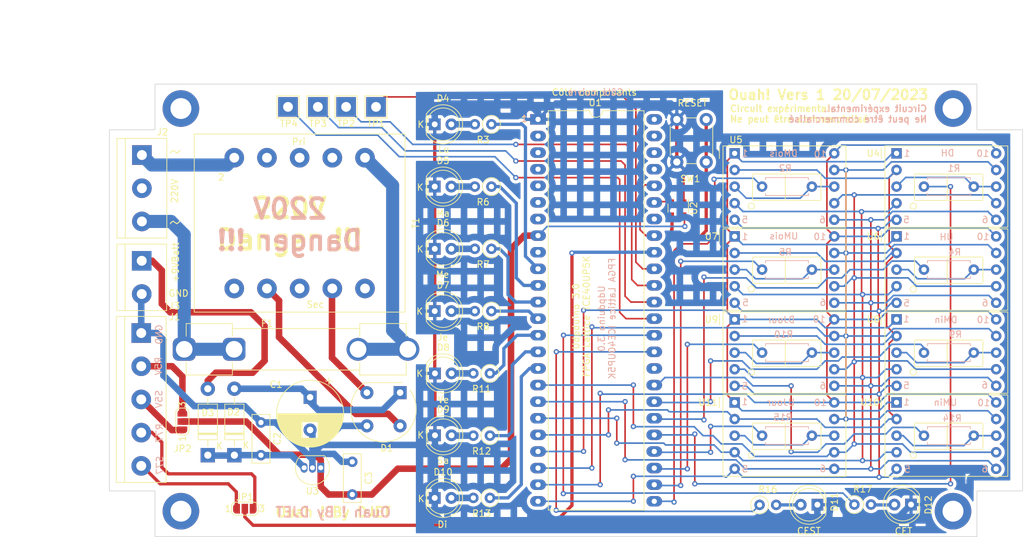
<source format=kicad_pcb>
(kicad_pcb (version 20211014) (generator pcbnew)
  (layers (0 "F.Cu" signal) (31 "B.Cu" signal) (34 "B.Paste" user) (35 "F.Paste" user) (36 "B.SilkS" user "B.Silkscreen") (37 "F.SilkS" user "F.Silkscreen") (38 "B.Mask" user) (39 "F.Mask" user) (44 "Edge.Cuts" user))
  (net 0 "")
  (net 1 "Net-(C1-Pad1)")
  (net 2 "GND")
  (net 3 "+9V")
  (net 4 "+5V")
  (net 5 "Net-(D1-Pad2)")
  (net 6 "Net-(D1-Pad4)")
  (net 7 "Net-(D4-Pad2)")
  (net 8 "Net-(D5-Pad2)")
  (net 9 "Net-(D6-Pad2)")
  (net 10 "Net-(D7-Pad2)")
  (net 11 "Net-(D8-Pad2)")
  (net 12 "Net-(D9-Pad2)")
  (net 13 "Net-(D10-Pad2)")
  (net 14 "Net-(F1-Pad1)")
  (net 15 "Net-(F1-Pad2)")
  (net 16 "/R_DCF77")
  (net 17 "/S_DCF77")
  (net 18 "Net-(J2-Pad1)")
  (net 20 "/DCF77")
  (net 21 "/cs3")
  (net 22 "Net-(R1-Pad2)")
  (net 23 "/cs7")
  (net 24 "Net-(R2-Pad2)")
  (net 25 "/dow0")
  (net 26 "/cs2")
  (net 27 "Net-(R4-Pad2)")
  (net 28 "Net-(R5-Pad1)")
  (net 29 "/cs6")
  (net 30 "/dow1")
  (net 31 "/dow2")
  (net 32 "/dow3")
  (net 33 "/cs1")
  (net 34 "Net-(R9-Pad2)")
  (net 35 "/cs5")
  (net 36 "Net-(R10-Pad2)")
  (net 37 "/dow4")
  (net 38 "/dow5")
  (net 39 "/dow6")
  (net 40 "/cs0")
  (net 41 "Net-(R14-Pad2)")
  (net 42 "/cs4")
  (net 43 "Net-(R15-Pad2)")
  (net 44 "/{slash}MR")
  (net 45 "/TP1")
  (net 46 "/TP2")
  (net 47 "/TP3")
  (net 48 "/TP4")
  (net 56 "/seg0")
  (net 57 "/seg1")
  (net 58 "/seg2")
  (net 59 "/seg3")
  (net 60 "/seg4")
  (net 61 "/seg5")
  (net 62 "/seg6")
  (net 63 "/seg7")
  (net 64 "Net-(U1-Pad41)")
  (net 66 "Net-(U1-Pad43)")
  (net 71 "/+9VBATT")
  (net 73 "Net-(D11-Pad2)")
  (net 74 "Net-(D12-Pad2)")
  (net 75 "/CEST")
  (net 76 "/CET")
  (net 77 "/R_5V")
  (net 78 "/S_5V")
  (footprint "" (layer "F.Cu") (at 106.045 69.85)
    (fp_text reference "1" hide)
    (fp_text value "")
  )
  (footprint "TestPoint:TestPoint_THTPad_3.0x3.0mm_Drill1.5mm" (layer "F.Cu") (at 122.428 69.596 180)
    (fp_text reference "TP4")
    (fp_text value "TestPoint")
  )
  (footprint "TestPoint:TestPoint_THTPad_3.0x3.0mm_Drill1.5mm" (layer "F.Cu") (at 127 69.596 180)
    (fp_text reference "TP3")
    (fp_text value "TestPoint")
  )
  (footprint "Library:D1X8K_RevEHR" (layer "F.Cu") (at 190.7495 76.708)
    (fp_text reference "U5")
    (fp_text value "D168K")
  )
  (footprint "Library:Transformer_CHK_EI30-2VA_1xSec_RevEHR" (layer "F.Cu") (at 114.206 77.376 -90)
    (fp_text reference "T1")
    (fp_text value "Transformer_1P_1S")
  )
  (footprint "TestPoint:TestPoint_THTPad_3.0x3.0mm_Drill1.5mm" (layer "F.Cu") (at 131.318 69.596 180)
    (fp_text reference "TP2")
    (fp_text value "TestPoint")
  )
  (footprint "Library:D1X8K_RevEHR" (layer "F.Cu") (at 190.7495 102.108)
    (fp_text reference "U9")
    (fp_text value "D168K")
  )
  (footprint "Resistor_THT:R_Axial_DIN0207_L6.3mm_D2.5mm_P2.54mm_Vertical" (layer "F.Cu") (at 209.0674 130.429)
    (fp_text reference "R17")
    (fp_text value "150")
  )
  (footprint "Jumper:SolderJumper-3_P1.3mm_Open_RoundedPad1.0x1.5mm_NumberLabels" (layer "F.Cu") (at 106.2736 117.729 90)
    (fp_text reference "JP2")
    (fp_text value "SolderJumper_3_Open")
  )
  (footprint "LED_THT:LED_D5.0mm" (layer "F.Cu") (at 144.873 72.263)
    (fp_text reference "D4")
    (fp_text value "LED")
  )
  (footprint "Capacitor_THT:C_Rect_L7.2mm_W2.5mm_P5.00mm_FKS2_FKP2_MKS2_MKP2" (layer "F.Cu") (at 132.2578 123.8904 -90)
    (fp_text reference "C3")
    (fp_text value "100 nF")
  )
  (footprint "Resistor_THT:R_Axial_DIN0207_L6.3mm_D2.5mm_P2.54mm_Vertical" (layer "F.Cu") (at 194.564 130.4798)
    (fp_text reference "R16")
    (fp_text value "150")
  )
  (footprint "TerminalBlock:TerminalBlock_bornier-2_P5.08mm" (layer "F.Cu") (at 100.0506 93.1418 -90)
    (fp_text reference "J3")
    (fp_text value "Screw_Terminal_01x02")
  )
  (footprint "Resistor_THT:R_Axial_DIN0207_L6.3mm_D2.5mm_P2.54mm_Vertical" (layer "F.Cu") (at 153.543 81.788 180)
    (fp_text reference "R6")
    (fp_text value "150")
  )
  (footprint "TestPoint:TestPoint_THTPad_3.0x3.0mm_Drill1.5mm" (layer "F.Cu") (at 135.89 69.596 180)
    (fp_text reference "TP1")
    (fp_text value "TestPoint")
  )
  (footprint "LED_THT:LED_D5.0mm" (layer "F.Cu") (at 217.7288 130.429 180)
    (fp_text reference "D12")
    (fp_text value "LED")
  )
  (footprint "Capacitor_THT:C_Rect_L7.2mm_W2.5mm_P5.00mm_FKS2_FKP2_MKS2_MKP2" (layer "F.Cu") (at 118.2878 117.8744 -90)
    (fp_text reference "C2")
    (fp_text value "100 nF")
  )
  (footprint "Diode_THT:D_DO-41_SOD81_P10.16mm_Horizontal" (layer "F.Cu") (at 114.2238 122.8744 90)
    (fp_text reference "D2")
    (fp_text value "1N4007")
  )
  (footprint "Resistor_THT:R_Axial_DIN0207_L6.3mm_D2.5mm_P2.54mm_Vertical" (layer "F.Cu") (at 153.318 119.888 180)
    (fp_text reference "R12")
    (fp_text value "150")
  )
  (footprint "LED_THT:LED_D5.0mm" (layer "F.Cu") (at 144.907 110.363)
    (fp_text reference "D8")
    (fp_text value "LED")
  )
  (footprint "" (layer "F.Cu") (at 224.155 69.85)
    (fp_text reference "")
    (fp_text value "")
  )
  (footprint "Fuse:Fuseholder_Clip-6.3x32mm_Littelfuse_122_Inline_P34.21x7.62mm_D2.54mm_Horizontal" (layer "F.Cu") (at 106.553 106.68)
    (fp_text reference "F1")
    (fp_text value "Fuse_Small")
  )
  (footprint "LED_THT:LED_D5.0mm" (layer "F.Cu") (at 144.907 119.833)
    (fp_text reference "D9")
    (fp_text value "LED")
  )
  (footprint "LED_THT:LED_D5.0mm" (layer "F.Cu") (at 203.4032 130.4544 180)
    (fp_text reference "D11")
    (fp_text value "LED")
  )
  (footprint "TerminalBlock:TerminalBlock_bornier-5_P5.08mm" (layer "F.Cu") (at 99.9744 104.1908 -90)
    (fp_text reference "J1")
    (fp_text value "Screw_Terminal_01x05")
  )
  (footprint "Library:D1X8K_RevEHR" (layer "F.Cu") (at 215.5145 89.408)
    (fp_text reference "U6")
    (fp_text value "D168K")
  )
  (footprint "Library:D1X8K_RevEHR" (layer "F.Cu") (at 215.5145 76.708)
    (fp_text reference "U4")
    (fp_text value "D168K")
  )
  (footprint "TerminalBlock:TerminalBlock_bornier-3_P5.08mm" (layer "F.Cu") (at 100.076 76.962 -90)
    (fp_text reference "J2")
    (fp_text value "Screw_Terminal_01x03")
  )
  (footprint "LED_THT:LED_D5.0mm" (layer "F.Cu") (at 144.873 81.788)
    (fp_text reference "D5")
    (fp_text value "LED")
  )
  (footprint "Library:D1X8K_RevEHR" (layer "F.Cu") (at 190.7495 89.408)
    (fp_text reference "U7")
    (fp_text value "D168K")
  )
  (footprint "Library:D1X8K_RevEHR" (layer "F.Cu") (at 190.7495 114.808)
    (fp_text reference "U11")
    (fp_text value "D168K")
  )
  (footprint "LED_THT:LED_D5.0mm" (layer "F.Cu") (at 144.878 91.313)
    (fp_text reference "D6")
    (fp_text value "LED")
  )
  (footprint "Resistor_THT:R_Axial_DIN0207_L6.3mm_D2.5mm_P2.54mm_Vertical" (layer "F.Cu") (at 153.543 91.313 180)
    (fp_text reference "R7")
    (fp_text value "150")
  )
  (footprint "" (layer "F.Cu") (at 224.155 131.445)
    (fp_text reference "3" hide)
    (fp_text value "")
  )
  (footprint "Jumper:SolderJumper-3_P1.3mm_Open_RoundedPad1.0x1.5mm_NumberLabels" (layer "F.Cu") (at 115.824 131.064)
    (fp_text reference "JP1")
    (fp_text value "SolderJumper_3_Open")
  )
  (footprint "Package_TO_SOT_THT:TO-92_Inline" (layer "F.Cu") (at 127.4318 124.8004 180)
    (fp_text reference "U3")
    (fp_text value "LP2950-5.0_TO92")
  )
  (footprint "Capacitor_THT:CP_Radial_D10.0mm_P5.00mm" (layer "F.Cu") (at 125.8062 114.0206 -90)
    (fp_text reference "C1")
    (fp_text value "470 uF")
  )
  (footprint "Resistor_THT:R_Axial_DIN0207_L6.3mm_D2.5mm_P2.54mm_Vertical" (layer "F.Cu") (at 153.543 72.263 180)
    (fp_text reference "R3")
    (fp_text value "150")
  )
  (footprint "LED_THT:LED_D5.0mm" (layer "F.Cu") (at 144.873 129.413)
    (fp_text reference "D10")
    (fp_text value "LED")
  )
  (footprint "Diode_THT:Diode_Bridge_Round_D9.8mm" (layer "F.Cu") (at 139.573 113.3094 -90)
    (fp_text reference "D1")
    (fp_text value "B250C1500G")
  )
  (footprint "Resistor_THT:R_Axial_DIN0207_L6.3mm_D2.5mm_P2.54mm_Vertical" (layer "F.Cu") (at 153.318 110.363 180)
    (fp_text reference "R11")
    (fp_text value "150")
  )
  (footprint "Package_TO_SOT_SMD:SOT-143" (layer "F.Cu") (at 182.118 85.09 -90)
    (fp_text reference "U2")
    (fp_text value "MAX811TEUS-T")
  )
  (footprint "Button_Switch_THT:SW_PUSH_6mm" (layer "F.Cu") (at 186.4 71.5276 -90)
    (fp_text reference "SW1")
    (fp_text value "SW_Push")
  )
  (footprint "Diode_THT:D_DO-41_SOD81_P10.16mm_Horizontal" (layer "F.Cu") (at 110.1598 122.8744 90)
    (fp_text reference "D3")
    (fp_text value "1N4007")
  )
  (footprint "LED_THT:LED_D5.0mm" (layer "F.Cu") (at 144.873 100.838)
    (fp_text reference "D7")
    (fp_text value "LED")
  )
  (footprint "Library:D1X8K_RevEHR" (layer "F.Cu") (at 215.5145 102.108)
    (fp_text reference "U8")
    (fp_text value "D168K")
  )
  (footprint "Resistor_THT:R_Axial_DIN0207_L6.3mm_D2.5mm_P2.54mm_Vertical" (layer "F.Cu") (at 153.543 100.838 180)
    (fp_text reference "R8")
    (fp_text value "150")
  )
  (footprint "Library:D1X8K_RevEHR" (layer "F.Cu") (at 215.5145 114.808)
    (fp_text reference "U10")
    (fp_text value "D168K")
  )
  (footprint "" (layer "F.Cu") (at 106.045 131.445)
    (fp_text reference "2" hide)
    (fp_text value "")
  )
  (footprint "Resistor_THT:R_Axial_DIN0207_L6.3mm_D2.5mm_P2.54mm_Vertical" (layer "F.Cu") (at 153.318 129.413 180)
    (fp_text reference "R13")
    (fp_text value "150")
  )
  (footprint "Library:DIP-48_W17.78mm_LongPads" (layer "F.Cu") (at 160.675 71.511)
    (fp_text reference "U1")
    (fp_text value "Upduino31-v3")
  )
  (footprint "Resistor_THT:R_Axial_DIN0207_L6.3mm_D2.5mm_P7.62mm_Horizontal" (layer "B.Cu") (at 194.945 107.188)
    (fp_text reference "R10")
    (fp_text value "150")
  )
  (footprint "Resistor_THT:R_Axial_DIN0207_L6.3mm_D2.5mm_P7.62mm_Horizontal" (layer "B.Cu") (at 219.71 94.488)
    (fp_text reference "R4")
    (fp_text value "150")
  )
  (footprint "Resistor_THT:R_Axial_DIN0207_L6.3mm_D2.5mm_P7.62mm_Horizontal" (layer "B.Cu") (at 202.565 94.488 180)
    (fp_text reference "R5")
    (fp_text value "150")
  )
  (footprint "Resistor_THT:R_Axial_DIN0207_L6.3mm_D2.5mm_P7.62mm_Horizontal" (layer "B.Cu") (at 219.71 81.788)
    (fp_text reference "R1")
    (fp_text value "150")
  )
  (footprint "Resistor_THT:R_Axial_DIN0207_L6.3mm_D2.5mm_P7.62mm_Horizontal" (layer "B.Cu") (at 194.945 119.888)
    (fp_text reference "R15")
    (fp_text value "150")
  )
  (footprint "Resistor_THT:R_Axial_DIN0207_L6.3mm_D2.5mm_P7.62mm_Horizontal" (layer "B.Cu") (at 219.71 107.188)
    (fp_text reference "R9")
    (fp_text value "150")
  )
  (footprint "Resistor_THT:R_Axial_DIN0207_L6.3mm_D2.5mm_P7.62mm_Horizontal" (layer "B.Cu") (at 219.71 119.888)
    (fp_text reference "R14")
    (fp_text value "150")
  )
  (footprint "Resistor_THT:R_Axial_DIN0207_L6.3mm_D2.5mm_P7.62mm_Horizontal" (layer "B.Cu") (at 194.945 81.788)
    (fp_text reference "R2")
    (fp_text value "150")
  )
  (gr_poly (pts (xy 227.8126 73.1012) (xy 234.7976 73.1012) (xy 234.7976 128.3462) (xy 227.8126 128.3462) (xy 227.8126 135.3312) (xy 102.0826 135.3312) (xy 102.0826 128.3462) (xy 95.0976 128.3462) (xy 95.0976 73.1012) (xy 102.0826 73.1012) (xy 102.0826 66.1162) (xy 227.8126 66.1162)) (layer "Edge.Cuts") (width 0.1) (fill none))
  (gr_text "UMois" (at 198.2724 89.3572) (layer "B.SilkS") (effects (font (size 1 1)) (justify mirror)))
  (gr_text "1" (at 192.3034 76.6826) (layer "B.SilkS") (effects (font (size 1 1)) (justify mirror)))
  (gr_text "6" (at 204.2414 124.9426) (layer "B.SilkS") (effects (font (size 1 1)) (justify mirror)))
  (gr_text "S77" (at 102.8192 124.4346 90) (layer "B.SilkS") (effects (font (size 1 1)) (justify mirror)))
  (gr_text "6" (at 229.0572 86.868) (layer "B.SilkS") (effects (font (size 1 1)) (justify mirror)))
  (gr_text "Circuit expérimental.\nNe peut être commercialisé" (at 220.2942 70.6628) (layer "B.SilkS") (effects (font (size 1 1) (thickness 0.2)) (justify left mirror)))
  (gr_text "1" (at 192.3034 89.4588) (layer "B.SilkS") (effects (font (size 1 1)) (justify mirror)))
  (gr_text "UJour" (at 197.8406 114.808) (layer "B.SilkS") (effects (font (size 1 1)) (justify mirror)))
  (gr_text "10" (at 228.7524 102.1588) (layer "B.SilkS") (effects (font (size 1 1)) (justify mirror)))
  (gr_text "1" (at 217.0938 76.708) (layer "B.SilkS") (effects (font (size 1 1)) (justify mirror)))
  (gr_text "5" (at 192.3288 124.9934) (layer "B.SilkS") (effects (font (size 1 1)) (justify mirror)))
  (gr_text "10" (at 203.7842 89.4588) (layer "B.SilkS") (effects (font (size 1 1)) (justify mirror)))
  (gr_text "220V\nDanger !!!" (at 122.682 87.63) (layer "B.SilkS") (effects (font (size 3 3) (thickness 0.6)) (justify mirror)))
  (gr_text "1" (at 158.5468 71.3994) (layer "B.SilkS") (effects (font (size 1 1)) (justify mirror)))
  (gr_text "R77" (at 102.7684 119.4816 90) (layer "B.SilkS") (effects (font (size 1 1)) (justify mirror)))
  (gr_text "10" (at 203.6826 102.0826) (layer "B.SilkS") (effects (font (size 1 1)) (justify mirror)))
  (gr_text "5" (at 217.043 99.6188) (layer "B.SilkS") (effects (font (size 1 1)) (justify mirror)))
  (gr_text "S5V" (at 102.6922 114.3 90) (layer "B.SilkS") (effects (font (size 1 1)) (justify mirror)))
  (gr_text "R5V" (at 102.616 109.2454 90) (layer "B.SilkS") (effects (font (size 1 1)) (justify mirror)))
  (gr_text "6" (at 229.0064 112.1664) (layer "B.SilkS") (effects (font (size 1 1)) (justify mirror)))
  (gr_text "10" (at 203.8604 114.8334) (layer "B.SilkS") (effects (font (size 1 1)) (justify mirror)))
  (gr_text "1" (at 192.3034 102.0318) (layer "B.SilkS") (effects (font (size 1 1)) (justify mirror)))
  (gr_text "10" (at 228.854 114.8588) (layer "B.SilkS") (effects (font (size 1 1)) (justify mirror)))
  (gr_text "6" (at 204.2414 112.268) (layer "B.SilkS") (effects (font (size 1 1)) (justify mirror)))
  (gr_text "6" (at 204.2414 99.5172) (layer "B.SilkS") (effects (font (size 1 1)) (justify mirror)))
  (gr_text "10" (at 228.7016 76.7334) (layer "B.SilkS") (effects (font (size 1 1)) (justify mirror)))
  (gr_text "5" (at 217.0176 112.2172) (layer "B.SilkS") (effects (font (size 1 1)) (justify mirror)))
  (gr_text "10" (at 228.7524 89.4588) (layer "B.SilkS") (effects (font (size 1 1)) (justify mirror)))
  (gr_text "Udpduino 3.0\nFPGA Lattice ICE40UP5K" (at 171.196 101.981 90) (layer "B.SilkS") (effects (font (size 1 1)) (justify mirror)))
  (gr_text "5" (at 192.405 99.5426) (layer "B.SilkS") (effects (font (size 1 1)) (justify mirror)))
  (gr_text "1" (at 217.043 89.3826) (layer "B.SilkS") (effects (font (size 1 1)) (justify mirror)))
  (gr_text "UMin" (at 222.9866 114.808) (layer "B.SilkS") (effects (font (size 1 1)) (justify mirror)))
  (gr_text "5" (at 217.0176 86.868) (layer "B.SilkS") (effects (font (size 1 1)) (justify mirror)))
  (gr_text "5" (at 217.17 125.0442) (layer "B.SilkS") (effects (font (size 1 1)) (justify mirror)))
  (gr_text "DMin" (at 223.0628 102.1588) (layer "B.SilkS") (effects (font (size 1 1)) (justify mirror)))
  (gr_text "DJour" (at 197.866 102.1588) (layer "B.SilkS") (effects (font (size 1 1)) (justify mirror)))
  (gr_text "10" (at 203.835 76.835) (layer "B.SilkS") (effects (font (size 1 1)) (justify mirror)))
  (gr_text "6" (at 229.0572 99.5934) (layer "B.SilkS") (effects (font (size 1 1)) (justify mirror)))
  (gr_text "5" (at 192.3034 86.868) (layer "B.SilkS") (effects (font (size 1 1)) (justify mirror)))
  (gr_text "6" (at 229.0064 124.9934) (layer "B.SilkS") (effects (font (size 1 1)) (justify mirror)))
  (gr_text "5" (at 192.3034 112.3188) (layer "B.SilkS") (effects (font (size 1 1)) (justify mirror)))
  (gr_text "UH" (at 223.1644 89.5096) (layer "B.SilkS") (effects (font (size 1 1)) (justify mirror)))
  (gr_text "6" (at 204.1906 86.868) (layer "B.SilkS") (effects (font (size 1 1)) (justify mirror)))
  (gr_text "DMois" (at 198.2216 76.708) (layer "B.SilkS") (effects (font (size 1 1)) (justify mirror)))
  (gr_text "1" (at 192.278 114.7064) (layer "B.SilkS") (effects (font (size 1 1)) (justify mirror)))
  (gr_text "Côté cuivre" (at 169.4688 67.3608) (layer "B.SilkS") (effects (font (size 1 1)) (justify mirror)))
  (gr_text "Ouah ! By DJET" (at 129.3368 131.5974) (layer "B.SilkS") (effects (font (size 1.5 1.5) (thickness 0.3)) (justify mirror)))
  (gr_text "1" (at 216.9922 102.0572) (layer "B.SilkS") (effects (font (size 1 1)) (justify mirror)))
  (gr_text "DH" (at 223.3168 76.6572) (layer "B.SilkS") (effects (font (size 1 1)) (justify mirror)))
  (gr_text "GND" (at 102.6922 104.4194 90) (layer "B.SilkS") (effects (font (size 1 1)) (justify mirror)))
  (gr_text "1" (at 217.0176 114.7572) (layer "B.SilkS") (effects (font (size 1 1)) (justify mirror)))
  (gr_text "1" (at 158.5468 71.4502) (layer "F.SilkS") (effects (font (size 1 1))))
  (gr_text "K" (at 142.6464 91.3638) (layer "F.SilkS") (effects (font (size 1 1))))
  (gr_text "Côté composants" (at 169.291 67.3608) (layer "F.SilkS") (effects (font (size 1 1))))
  (gr_text "Ma" (at 146.1516 85.8774) (layer "F.SilkS") (effects (font (size 1 1))))
  (gr_text "Udpduino 3.0\nFPGA Lattice ICE40UP5K" (at 167.2844 101.6508 90) (layer "F.SilkS") (effects (font (size 1 1))))
  (gr_text "Ouah! Vers 1 20/07/2023" (at 189.6364 67.7418) (layer "F.SilkS") (effects (font (size 1.5 1.5) (thickness 0.3)) (justify left)))
  (gr_text "CET" (at 216.5858 134.493) (layer "F.SilkS") (effects (font (size 1 1))))
  (gr_text "Sa" (at 146.1516 123.6726) (layer "F.SilkS") (effects (font (size 1 1))))
  (gr_text "Ouah ! By DJET" (at 129.3622 131.5974) (layer "F.SilkS") (effects (font (size 1.5 1.5) (thickness 0.3))))
  (gr_text "K" (at 142.7226 119.8118) (layer "F.SilkS") (effects (font (size 1 1))))
  (gr_text "~" (at 105.2068 87.1474) (layer "F.SilkS") (effects (font (size 4 3))))
  (gr_text "GND" (at 105.6894 98.1202) (layer "F.SilkS") (effects (font (size 1 1))))
  (gr_text "RESET" (at 184.3024 69.0118) (layer "F.SilkS") (effects (font (size 1 1))))
  (gr_text "Lu" (at 146.2532 76.073) (layer "F.SilkS") (effects (font (size 1 1))))
  (gr_text "K" (at 142.748 72.2884) (layer "F.SilkS") (effects (font (size 1 1))))
  (gr_text "K" (at 142.6464 81.915) (layer "F.SilkS") (effects (font (size 1 1))))
  (gr_text "~" (at 105.2322 76.327) (layer "F.SilkS") (effects (font (size 4 3))))
  (gr_text "Je" (at 146.1008 104.8512) (layer "F.SilkS") (effects (font (size 1 1))))
  (gr_text "K" (at 142.5702 110.3884) (layer "F.SilkS") (effects (font (size 1 1))))
  (gr_text "Circuit expérimental.\nNe peut être commercialisé" (at 189.9412 70.6628) (layer "F.SilkS") (effects (font (size 1 1) (thickness 0.2)) (justify left)))
  (gr_text "220V" (at 105.1052 82.4738 90) (layer "F.SilkS") (effects (font (size 1 1))))
  (gr_text "Me" (at 146.0754 95.25) (layer "F.SilkS") (effects (font (size 1 1))))
  (gr_text "220V\nDanger !!!" (at 122.682 87.503) (layer "F.SilkS") (effects (font (size 3 3) (thickness 0.6))))
  (gr_text "Ve" (at 146.2024 114.4016) (layer "F.SilkS") (effects (font (size 1 1))))
  (gr_text "Di" (at 146.05 133.477) (layer "F.SilkS") (effects (font (size 1 1))))
  (gr_text "CEST" (at 202.1078 134.4676) (layer "F.SilkS") (effects (font (size 1 1))))
  (gr_text "K" (at 142.7988 129.54) (layer "F.SilkS") (effects (font (size 1 1))))
  (gr_text "+9VBatt" (at 105.2322 93.3704 90) (layer "F.SilkS") (effects (font (size 1 1))))
  (gr_text "K" (at 142.5702 100.8888) (layer "F.SilkS") (effects (font (size 1 1))))
  (segment (start 136.9314 115.951) (end 139.573 113.3094) (width 1) (layer "B.Cu") (net 1))
  (segment (start 127.0254 115.951) (end 136.9314 115.951) (width 1) (layer "B.Cu") (net 1))
  (segment (start 124.5 112.7144) (end 125.8062 114.0206) (width 1) (layer "B.Cu") (net 1))
  (segment (start 114.2238 112.7144) (end 124.5 112.7144) (width 1) (layer "B.Cu") (net 1))
  (segment (start 125.8062 114.0206) (end 125.8062 114.7318) (width 1) (layer "B.Cu") (net 1))
  (segment (start 125.8062 114.7318) (end 127.0254 115.951) (width 1) (layer "B.Cu") (net 1))
  (segment (start 182.868 79.5648) (end 182.868 84.09) (width 0.5) (layer "F.Cu") (net 2))
  (segment (start 144.873 72.263) (end 144.873 81.788) (width 0.5) (layer "F.Cu") (net 2))
  (segment (start 144.873 81.788) (end 144.873 91.308) (width 0.5) (layer "F.Cu") (net 2))
  (segment (start 144.878 91.313) (end 144.878 100.833) (width 0.5) (layer "F.Cu") (net 2))
  (segment (start 182.9816 79.4512) (end 182.868 79.5648) (width 0.5) (layer "F.Cu") (net 2))
  (segment (start 144.907 110.363) (end 144.907 119.833) (width 0.5) (layer "F.Cu") (net 2))
  (segment (start 144.873 100.838) (end 144.873 110.329) (width 0.5) (layer "F.Cu") (net 2))
  (segment (start 144.873 91.308) (end 144.878 91.313) (width 0.5) (layer "F.Cu") (net 2))
  (segment (start 144.878 100.833) (end 144.873 100.838) (width 0.5) (layer "F.Cu") (net 2))
  (segment (start 182.9816 79.1092) (end 182.9816 79.4512) (width 0.5) (layer "F.Cu") (net 2))
  (segment (start 181.9 78.0276) (end 182.9816 79.1092) (width 0.5) (layer "F.Cu") (net 2))
  (segment (start 181.9 78.0276) (end 181.9 71.5276) (width 0.5) (layer "F.Cu") (net 2))
  (segment (start 144.873 110.329) (end 144.907 110.363) (width 0.5) (layer "F.Cu") (net 2))
  (segment (start 126.1618 122.682) (end 126.1618 119.3762) (width 1) (layer "B.Cu") (net 2))
  (segment (start 163.352 68.834) (end 160.675 71.511) (width 0.5) (layer "B.Cu") (net 2))
  (segment (start 144.907 119.833) (end 144.1746 119.833) (width 1) (layer "B.Cu") (net 2))
  (segment (start 144.873 70.138) (end 145.923 69.088) (width 1) (layer "B.Cu") (net 2))
  (segment (start 126.1618 123.5202) (end 126.1618 122.682) (width 1) (layer "B.Cu") (net 2))
  (segment (start 108.077 115.3668) (end 115.7802 115.3668) (width 1) (layer "B.Cu") (net 2))
  (segment (start 160.675 70.505) (end 159.258 69.088) (width 1) (layer "B.Cu") (net 2))
  (segment (start 99.9744 104.1908) (end 99.9744 98.298) (width 1) (layer "B.Cu") (net 2))
  (segment (start 130.676 123.8904) (end 129.4676 122.682) (width 1) (layer "B.Cu") (net 2))
  (segment (start 144.1746 119.833) (end 142.6972 121.3104) (width 1) (layer "B.Cu") (net 2))
  (segment (start 144.907 129.379) (end 144.873 129.413) (width 1) (layer "B.Cu") (net 2))
  (segment (start 181.0512 68.834) (end 163.352 68.834) (width 0.5) (layer "B.Cu") (net 2))
  (segment (start 134.493 118.3894) (end 130.4544 118.3894) (width 1) (layer "B.Cu") (net 2))
  (segment (start 108.077 115.3668) (end 103.4288 110.7186) (width 1) (layer "B.Cu") (net 2))
  (segment (start 118.2878 117.8744) (end 120.516 117.8744) (width 1) (layer "B.Cu") (net 2))
  (segment (start 203.4032 130.4544) (end 203.4032 132.1562) (width 1) (layer "B.Cu") (net 2))
  (segment (start 129.4676 122.682) (end 126.1618 122.682) (width 1) (layer "B.Cu") (net 2))
  (segment (start 181.9 71.5276) (end 181.9 69.6828) (width 0.5) (layer "B.Cu") (net 2))
  (segment (start 127.0508 121.793) (end 126.1618 122.682) (width 1) (layer "B.Cu") (net 2))
  (segment (start 204.6986 133.4516) (end 214.7062 133.4516) (width 1) (layer "B.Cu") (net 2))
  (segment (start 126.1618 124.8004) (end 126.1618 123.5202) (width 1) (layer "B.Cu") (net 2))
  (segment (start 181.9 69.6828) (end 181.0512 68.834) (width 0.5) (layer "B.Cu") (net 2))
  (segment (start 99.9744 98.298) (end 100.0506 98.2218) (width 1) (layer "B.Cu") (net 2))
  (segment (start 142.6972 121.3104) (end 127.5334 121.3104) (width 1) (layer "B.Cu") (net 2))
  (segment (start 144.873 131.8682) (end 146.4564 133.4516) (width 1) (layer "B.Cu") (net 2))
  (segment (start 145.923 69.088) (end 159.258 69.088) (width 1) (layer "B.Cu") (net 2))
  (segment (start 99.9744 104.1908) (end 102.3366 104.1908) (width 1) (layer "B.Cu") (net 2))
  (segment (start 203.4032 132.1562) (end 204.6986 133.4516) (width 1) (layer "B.Cu") (net 2))
  (segment (start 144.907 119.833) (end 144.907 129.379) (width 1) (layer "B.Cu") (net 2))
  (segment (start 127.5334 121.3104) (end 127.0508 121.793) (width 1) (layer "B.Cu") (net 2))
  (segment (start 115.7802 115.3668) (end 118.2878 117.8744) (width 1) (layer "B.Cu") (net 2))
  (segment (start 103.378 105.2322) (end 103.378 110.7186) (width 1) (layer "B.Cu") (net 2))
  (segment (start 126.1618 119.3762) (end 125.8062 119.0206) (width 1) (layer "B.Cu") (net 2))
  (segment (start 144.873 72.263) (end 144.873 70.138) (width 1) (layer "B.Cu") (net 2))
  (segment (start 132.2578 123.8904) (end 130.676 123.8904) (width 1) (layer "B.Cu") (net 2))
  (segment (start 120.516 117.8744) (end 126.1618 123.5202) (width 1) (layer "B.Cu") (net 2))
  (segment (start 160.675 71.511) (end 160.675 70.505) (width 1) (layer "B.Cu") (net 2))
  (segment (start 103.4288 110.7186) (end 103.378 110.7186) (width 1) (layer "B.Cu") (net 2))
  (segment (start 144.873 129.413) (end 144.873 131.8682) (width 1) (layer "B.Cu") (net 2))
  (segment (start 130.4544 118.3894) (end 127.0508 121.793) (width 1) (layer "B.Cu") (net 2))
  (segment (start 146.4564 133.4516) (end 204.6986 133.4516) (width 1) (layer "B.Cu") (net 2))
  (segment (start 214.7062 133.4516) (end 217.7288 130.429) (width 1) (layer "B.Cu") (net 2))
  (segment (start 102.3366 104.1908) (end 103.378 105.2322) (width 1) (layer "B.Cu") (net 2))
  (segment (start 114.2238 122.8744) (end 118.2878 122.8744) (width 1) (layer "B.Cu") (net 3))
  (segment (start 118.2878 122.8744) (end 122.9658 122.8744) (width 1) (layer "B.Cu") (net 3))
  (segment (start 109.982 122.936) (end 114.046 122.936) (width 1) (layer "B.Cu") (net 3))
  (segment (start 122.9658 122.8744) (end 124.8918 124.8004) (width 1) (layer "B.Cu") (net 3))
  (segment (start 156.5402 91.313) (end 158.5622 89.291) (width 1) (layer "F.Cu") (net 4))
  (segment (start 155.067 124.9426) (end 156.5402 123.4694) (width 1) (layer "F.Cu") (net 4))
  (segment (start 121.101079 122.809) (end 126.6444 122.809) (width 1) (layer "F.Cu") (net 4))
  (segment (start 127.4318 124.8004) (end 127.4318 127.6858) (width 1) (layer "F.Cu") (net 4))
  (segment (start 126.6444 122.809) (end 127.4318 123.5964) (width 1) (layer "F.Cu") (net 4))
  (segment (start 132.2578 128.8904) (end 135.2696 128.8904) (width 1) (layer "F.Cu") (net 4))
  (segment (start 127.4318 127.6858) (end 128.6364 128.8904) (width 1) (layer "F.Cu") (net 4))
  (segment (start 139.2174 124.9426) (end 155.067 124.9426) (width 1) (layer "F.Cu") (net 4))
  (segment (start 127.4318 123.5964) (end 127.4318 124.8004) (width 1) (layer "F.Cu") (net 4))
  (segment (start 116.021079 117.729) (end 121.101079 122.809) (width 1) (layer "F.Cu") (net 4))
  (segment (start 183.068 86.09) (end 183.068 87.818) (width 0.25) (layer "F.Cu") (net 4))
  (segment (start 135.2696 128.8904) (end 139.2174 124.9426) (width 1) (layer "F.Cu") (net 4))
  (segment (start 128.6364 128.8904) (end 132.2578 128.8904) (width 1) (layer "F.Cu") (net 4))
  (segment (start 183.068 87.818) (end 183.134 87.884) (width 0.25) (layer "F.Cu") (net 4))
  (segment (start 156.5402 123.4694) (end 156.5402 91.313) (width 1) (layer "F.Cu") (net 4))
  (segment (start 158.5622 89.291) (end 160.675 89.291) (width 1) (layer "F.Cu") (net 4))
  (segment (start 106.2736 117.729) (end 116.021079 117.729) (width 1) (layer "F.Cu") (net 4))
  (via (at 183.134 87.884) (size 0.8) (drill 0.4) (layers "F.Cu" "B.Cu") (net 4))
  (segment (start 162.082 87.884) (end 160.675 89.291) (width 0.25) (layer "B.Cu") (net 4))
  (segment (start 183.134 87.884) (end 162.082 87.884) (width 0.25) (layer "B.Cu") (net 4))
  (segment (start 129.159 107.9754) (end 129.159 97.423) (width 1) (layer "F.Cu") (net 5))
  (segment (start 129.159 97.423) (end 129.206 97.376) (width 1) (layer "F.Cu") (net 5))
  (segment (start 134.493 113.3094) (end 129.159 107.9754) (width 1) (layer "F.Cu") (net 5))
  (segment (start 121.0564 104.8258) (end 121.0564 99.2264) (width 1) (layer "F.Cu") (net 6))
  (segment (start 132.7912 116.5606) (end 121.0564 104.8258) (width 1) (layer "F.Cu") (net 6))
  (segment (start 137.7442 116.5606) (end 132.7912 116.5606) (width 1) (layer "F.Cu") (net 6))
  (segment (start 139.573 118.3894) (end 137.7442 116.5606) (width 1) (layer "F.Cu") (net 6))
  (segment (start 121.0564 99.2264) (end 119.206 97.376) (width 1) (layer "F.Cu") (net 6))
  (segment (start 147.413 72.263) (end 151.003 72.263) (width 1) (layer "B.Cu") (net 7))
  (segment (start 147.413 81.788) (end 151.003 81.788) (width 1) (layer "B.Cu") (net 8))
  (segment (start 147.418 91.313) (end 151.003 91.313) (width 1) (layer "B.Cu") (net 9))
  (segment (start 147.413 100.838) (end 150.4188 100.838) (width 1) (layer "B.Cu") (net 10))
  (segment (start 150.778 110.363) (end 147.447 110.363) (width 1) (layer "B.Cu") (net 11))
  (segment (start 147.502 119.888) (end 147.447 119.833) (width 1) (layer "B.Cu") (net 12))
  (segment (start 150.778 119.888) (end 147.502 119.888) (width 1) (layer "B.Cu") (net 12))
  (segment (start 150.778 129.413) (end 147.413 129.413) (width 1) (layer "B.Cu") (net 13))
  (segment (start 100.076 87.122) (end 104.521 87.122) (width 2) (layer "B.Cu") (net 14))
  (segment (start 104.521 87.122) (end 106.553 89.154) (width 2) (layer "B.Cu") (net 14))
  (segment (start 106.553 89.154) (end 106.553 106.68) (width 2) (layer "B.Cu") (net 14))
  (segment (start 114.173 106.68) (end 106.553 106.68) (width 2) (layer "B.Cu") (net 14))
  (segment (start 138.43 103.799) (end 138.43 81.6) (width 2) (layer "B.Cu") (net 15))
  (segment (start 138.43 81.6) (end 134.206 77.376) (width 2) (layer "B.Cu") (net 15))
  (segment (start 140.763 106.132) (end 138.43 103.799) (width 2) (layer "B.Cu") (net 15))
  (segment (start 140.763 106.68) (end 140.763 106.132) (width 2) (layer "B.Cu") (net 15))
  (segment (start 133.143 106.68) (end 140.763 106.68) (width 2) (layer "B.Cu") (net 15))
  (segment (start 116.84 125.73) (end 117.348 126.238) (width 0.5) (layer "F.Cu") (net 16))
  (segment (start 103.124 120.904) (end 103.124 124.714) (width 0.5) (layer "F.Cu") (net 16))
  (segment (start 117.348 130.84) (end 117.124 131.064) (width 0.5) (layer "F.Cu") (net 16))
  (segment (start 104.14 125.73) (end 116.84 125.73) (width 0.5) (layer "F.Cu") (net 16))
  (segment (start 103.124 124.714) (end 104.14 125.73) (width 0.5) (layer "F.Cu") (net 16))
  (segment (start 100.076 119.38) (end 101.6 119.38) (width 0.5) (layer "F.Cu") (net 16))
  (segment (start 117.348 126.238) (end 117.348 130.84) (width 0.5) (layer "F.Cu") (net 16))
  (segment (start 101.6 119.38) (end 103.124 120.904) (width 0.5) (layer "F.Cu") (net 16))
  (segment (start 113.284 127.254) (end 114.524 128.494) (width 0.5) (layer "F.Cu") (net 17))
  (segment (start 100.076 124.46) (end 102.87 127.254) (width 0.5) (layer "F.Cu") (net 17))
  (segment (start 102.87 127.254) (end 113.284 127.254) (width 0.5) (layer "F.Cu") (net 17))
  (segment (start 114.524 128.494) (end 114.524 131.064) (width 0.5) (layer "F.Cu") (net 17))
  (segment (start 100.076 76.962) (end 101.6 78.486) (width 2) (layer "B.Cu") (net 18))
  (segment (start 113.096 78.486) (end 114.206 77.376) (width 2) (layer "B.Cu") (net 18))
  (segment (start 101.6 78.486) (end 113.096 78.486) (width 2) (layer "B.Cu") (net 18))
  (segment (start 115.824 132.334) (end 117.094 133.604) (width 0.5) (layer "F.Cu") (net 20))
  (segment (start 115.824 131.064) (end 115.824 132.334) (width 0.5) (layer "F.Cu") (net 20))
  (segment (start 165.862 130.556) (end 165.862 92.456) (width 0.5) (layer "F.Cu") (net 20))
  (segment (start 117.094 133.604) (end 162.814 133.604) (width 0.5) (layer "F.Cu") (net 20))
  (segment (start 165.862 91.948) (end 165.862 92.456) (width 0.25) (layer "F.Cu") (net 20))
  (segment (start 162.814 133.604) (end 165.862 130.556) (width 0.5) (layer "F.Cu") (net 20))
  (via (at 165.862 91.948) (size 0.8) (drill 0.4) (layers "F.Cu" "B.Cu") (net 20))
  (segment (start 178.455 91.831) (end 165.979 91.831) (width 0.5) (layer "B.Cu") (net 20))
  (segment (start 165.979 91.831) (end 165.862 91.948) (width 0.5) (layer "B.Cu") (net 20))
  (segment (start 184.653701 119.638299) (end 184.653701 126.995701) (width 0.25) (layer "F.Cu") (net 21))
  (segment (start 223.774 81.788) (end 223.774 127.254) (width 0.25) (layer "F.Cu") (net 21))
  (segment (start 184.653701 126.995701) (end 184.912 127.254) (width 0.25) (layer "F.Cu") (net 21))
  (via (at 223.774 81.788) (size 0.8) (drill 0.4) (layers "F.Cu" "B.Cu") (net 21))
  (via (at 184.658 127.254) (size 0.8) (drill 0.4) (layers "F.Cu" "B.Cu") (net 21))
  (via (at 223.774 127.254) (size 0.8) (drill 0.4) (layers "F.Cu" "B.Cu") (net 21))
  (via (at 184.653701 119.638299) (size 0.8) (drill 0.4) (layers "F.Cu" "B.Cu") (net 21))
  (segment (start 184.521 119.771) (end 184.653701 119.638299) (width 0.25) (layer "B.Cu") (net 21))
  (segment (start 219.71 81.788) (end 223.774 81.788) (width 0.25) (layer "B.Cu") (net 21))
  (segment (start 184.912 127.254) (end 223.774 127.254) (width 0.25) (layer "B.Cu") (net 21))
  (segment (start 178.455 119.771) (end 184.521 119.771) (width 0.25) (layer "B.Cu") (net 21))
  (segment (start 227.33 81.788) (end 230.7545 81.788) (width 0.25) (layer "B.Cu") (net 22))
  (segment (start 225.933 80.391) (end 227.33 81.788) (width 0.25) (layer "B.Cu") (net 22))
  (segment (start 215.5145 81.788) (end 216.9115 80.391) (width 0.25) (layer "B.Cu") (net 22))
  (segment (start 216.9115 80.391) (end 225.933 80.391) (width 0.25) (layer "B.Cu") (net 22))
  (segment (start 186.563 90.551) (end 187.706 89.408) (width 0.25) (layer "F.Cu") (net 23))
  (segment (start 182.499 90.551) (end 186.563 90.551) (width 0.25) (layer "F.Cu") (net 23))
  (segment (start 181.483 91.567) (end 182.499 90.551) (width 0.25) (layer "F.Cu") (net 23))
  (segment (start 187.706 80.772) (end 187.597 80.663) (width 0.25) (layer "F.Cu") (net 23))
  (segment (start 187.706 89.408) (end 187.706 80.772) (width 0.25) (layer "F.Cu") (net 23))
  (segment (start 181.483 91.567) (end 181.483 130.048) (width 0.25) (layer "F.Cu") (net 23))
  (via (at 181.483 130.048) (size 0.8) (drill 0.4) (layers "F.Cu" "B.Cu") (net 23))
  (via (at 187.597 80.663) (size 0.8) (drill 0.4) (layers "F.Cu" "B.Cu") (net 23))
  (segment (start 181.483 130.048) (end 181.366 129.931) (width 0.25) (layer "B.Cu") (net 23))
  (segment (start 187.597 80.663) (end 187.742 80.518) (width 0.25) (layer "B.Cu") (net 23))
  (segment (start 193.675 80.518) (end 194.945 81.788) (width 0.25) (layer "B.Cu") (net 23))
  (segment (start 181.366 129.931) (end 178.455 129.931) (width 0.25) (layer "B.Cu") (net 23))
  (segment (start 187.742 80.518) (end 193.675 80.518) (width 0.25) (layer "B.Cu") (net 23))
  (segment (start 202.565 81.788) (end 205.9895 81.788) (width 0.25) (layer "B.Cu") (net 24))
  (segment (start 200.787 83.566) (end 202.565 81.788) (width 0.25) (layer "B.Cu") (net 24))
  (segment (start 192.5275 83.566) (end 200.787 83.566) (width 0.25) (layer "B.Cu") (net 24))
  (segment (start 190.7495 81.788) (end 192.5275 83.566) (width 0.25) (layer "B.Cu") (net 24))
  (segment (start 158.75 72.771) (end 158.75 92.446) (width 0.5) (layer "B.Cu") (net 25))
  (segment (start 158.115 72.136) (end 158.75 72.771) (width 0.5) (layer "B.Cu") (net 25))
  (segment (start 158.75 92.446) (end 160.675 94.371) (width 0.5) (layer "B.Cu") (net 25))
  (segment (start 153.543 72.263) (end 157.988 72.263) (width 0.5) (layer "B.Cu") (net 25))
  (segment (start 186.055 117.475) (end 186.055 95.631) (width 0.25) (layer "F.Cu") (net 26))
  (via (at 186.055 117.475) (size 0.8) (drill 0.4) (layers "F.Cu" "B.Cu") (net 26))
  (via (at 186.055 95.631) (size 0.8) (drill 0.4) (layers "F.Cu" "B.Cu") (net 26))
  (segment (start 208.407 94.488) (end 213.487 94.488) (width 0.25) (layer "B.Cu") (net 26))
  (segment (start 186.182 95.758) (end 192.532 95.758) (width 0.25) (layer "B.Cu") (net 26))
  (segment (start 204.978 95.758) (end 207.137 95.758) (width 0.25) (layer "B.Cu") (net 26))
  (segment (start 213.487 94.488) (end 214.789255 93.185745) (width 0.25) (layer "B.Cu") (net 26))
  (segment (start 194.056 97.282) (end 203.454 97.282) (width 0.25) (layer "B.Cu") (net 26))
  (segment (start 207.137 95.758) (end 208.407 94.488) (width 0.25) (layer "B.Cu") (net 26))
  (segment (start 185.938 117.358) (end 178.582 117.358) (width 0.25) (layer "B.Cu") (net 26))
  (segment (start 203.454 97.282) (end 204.978 95.758) (width 0.25) (layer "B.Cu") (net 26))
  (segment (start 218.407745 93.185745) (end 219.71 94.488) (width 0.25) (layer "B.Cu") (net 26))
  (segment (start 192.532 95.758) (end 194.056 97.282) (width 0.25) (layer "B.Cu") (net 26))
  (segment (start 186.055 117.475) (end 185.938 117.358) (width 0.25) (layer "B.Cu") (net 26))
  (segment (start 214.789255 93.185745) (end 218.407745 93.185745) (width 0.25) (layer "B.Cu") (net 26))
  (segment (start 186.055 95.631) (end 186.182 95.758) (width 0.25) (layer "B.Cu") (net 26))
  (segment (start 178.582 117.358) (end 178.455 117.231) (width 0.25) (layer "B.Cu") (net 26))
  (segment (start 215.5145 94.488) (end 217.297 94.488) (width 0.25) (layer "B.Cu") (net 27))
  (segment (start 217.297 94.488) (end 218.694 95.885) (width 0.25) (layer "B.Cu") (net 27))
  (segment (start 218.694 95.885) (end 225.933 95.885) (width 0.25) (layer "B.Cu") (net 27))
  (segment (start 227.33 94.488) (end 230.7545 94.488) (width 0.25) (layer "B.Cu") (net 27))
  (segment (start 225.933 95.885) (end 227.33 94.488) (width 0.25) (layer "B.Cu") (net 27))
  (segment (start 202.565 94.488) (end 201.168 95.885) (width 0.25) (layer "B.Cu") (net 28))
  (segment (start 192.532 94.488) (end 190.7495 94.488) (width 0.25) (layer "B.Cu") (net 28))
  (segment (start 193.929 95.885) (end 192.532 94.488) (width 0.25) (layer "B.Cu") (net 28))
  (segment (start 201.168 95.885) (end 193.929 95.885) (width 0.25) (layer "B.Cu") (net 28))
  (segment (start 202.565 94.488) (end 205.9895 94.488) (width 0.25) (layer "B.Cu") (net 28))
  (segment (start 182.499 93.218) (end 182.499 127.508) (width 0.25) (layer "F.Cu") (net 29))
  (via (at 182.499 93.218) (size 0.8) (drill 0.4) (layers "F.Cu" "B.Cu") (net 29))
  (via (at 182.499 127.508) (size 0.8) (drill 0.4) (layers "F.Cu" "B.Cu") (net 29))
  (segment (start 182.489 127.518) (end 178.582 127.518) (width 0.25) (layer "B.Cu") (net 29))
  (segment (start 182.499 93.218) (end 193.675 93.218) (width 0.25) (layer "B.Cu") (net 29))
  (segment (start 178.582 127.518) (end 178.455 127.391) (width 0.25) (layer "B.Cu") (net 29))
  (segment (start 182.499 127.508) (end 182.489 127.518) (width 0.25) (layer "B.Cu") (net 29))
  (segment (start 194.945 94.488) (end 193.675 93.218) (width 0.25) (layer "B.Cu") (net 29))
  (segment (start 154.813 81.788) (end 153.543 81.788) (width 0.5) (layer "B.Cu") (net 30))
  (segment (start 160.675 96.911) (end 158.506 96.911) (width 0.5) (layer "B.Cu") (net 30))
  (segment (start 157.353 95.758) (end 157.353 84.328) (width 0.5) (layer "B.Cu") (net 30))
  (segment (start 157.353 84.328) (end 154.813 81.788) (width 0.5) (layer "B.Cu") (net 30))
  (segment (start 158.506 96.911) (end 157.353 95.758) (width 0.5) (layer "B.Cu") (net 30))
  (segment (start 156.083 92.583) (end 156.083 98.298) (width 0.5) (layer "B.Cu") (net 31))
  (segment (start 160.675 99.451) (end 157.236 99.451) (width 0.5) (layer "B.Cu") (net 31))
  (segment (start 157.236 99.451) (end 157.1625 99.3775) (width 0.5) (layer "B.Cu") (net 31))
  (segment (start 153.543 91.313) (end 154.813 91.313) (width 0.5) (layer "B.Cu") (net 31))
  (segment (start 154.813 91.313) (end 156.083 92.583) (width 0.5) (layer "B.Cu") (net 31))
  (segment (start 156.083 98.298) (end 157.1625 99.3775) (width 0.5) (layer "B.Cu") (net 31))
  (segment (start 153.543 100.838) (end 159.268 100.838) (width 0.5) (layer "B.Cu") (net 32))
  (segment (start 160.421 101.991) (end 159.268 100.838) (width 0.5) (layer "B.Cu") (net 32))
  (segment (start 160.675 101.991) (end 160.421 101.991) (width 0.5) (layer "B.Cu") (net 32))
  (segment (start 187.071 114.681) (end 187.071 108.458) (width 0.25) (layer "F.Cu") (net 33))
  (via (at 187.071 114.681) (size 0.8) (drill 0.4) (layers "F.Cu" "B.Cu") (net 33))
  (via (at 187.071 108.458) (size 0.8) (drill 0.4) (layers "F.Cu" "B.Cu") (net 33))
  (segment (start 214.757 105.918) (end 219.202 105.918) (width 0.25) (layer "B.Cu") (net 33))
  (segment (start 212.812 107.863) (end 214.757 105.918) (width 0.25) (layer "B.Cu") (net 33))
  (segment (start 206.600491 108.458) (end 207.195491 107.863) (width 0.25) (layer "B.Cu") (net 33))
  (segment (start 187.071 108.458) (end 191.897 108.458) (width 0.25) (layer "B.Cu") (net 33))
  (segment (start 204.597 108.458) (end 206.600491 108.458) (width 0.25) (layer "B.Cu") (net 33))
  (segment (start 203.327 109.728) (end 204.597 108.458) (width 0.25) (layer "B.Cu") (net 33))
  (segment (start 178.582 114.818) (end 178.455 114.691) (width 0.25) (layer "B.Cu") (net 33))
  (segment (start 193.167 109.728) (end 203.327 109.728) (width 0.25) (layer "B.Cu") (net 33))
  (segment (start 219.71 106.426) (end 219.71 107.188) (width 0.25) (layer "B.Cu") (net 33))
  (segment (start 207.195491 107.863) (end 212.812 107.863) (width 0.25) (layer "B.Cu") (net 33))
  (segment (start 191.897 108.458) (end 193.167 109.728) (width 0.25) (layer "B.Cu") (net 33))
  (segment (start 186.934 114.818) (end 178.582 114.818) (width 0.25) (layer "B.Cu") (net 33))
  (segment (start 219.202 105.918) (end 219.71 106.426) (width 0.25) (layer "B.Cu") (net 33))
  (segment (start 187.071 114.681) (end 186.934 114.818) (width 0.25) (layer "B.Cu") (net 33))
  (segment (start 217.043 107.188) (end 218.567 108.712) (width 0.25) (layer "B.Cu") (net 34))
  (segment (start 227.33 107.188) (end 230.7545 107.188) (width 0.25) (layer "B.Cu") (net 34))
  (segment (start 225.806 108.712) (end 227.33 107.188) (width 0.25) (layer "B.Cu") (net 34))
  (segment (start 215.5145 107.188) (end 217.043 107.188) (width 0.25) (layer "B.Cu") (net 34))
  (segment (start 218.567 108.712) (end 225.806 108.712) (width 0.25) (layer "B.Cu") (net 34))
  (segment (start 183.515 124.968) (end 183.515 105.918) (width 0.25) (layer "F.Cu") (net 35))
  (via (at 183.515 105.918) (size 0.8) (drill 0.4) (layers "F.Cu" "B.Cu") (net 35))
  (via (at 183.515 124.968) (size 0.8) (drill 0.4) (layers "F.Cu" "B.Cu") (net 35))
  (segment (start 194.945 107.188) (end 193.675 105.918) (width 0.25) (layer "B.Cu") (net 35))
  (segment (start 183.505 124.978) (end 178.582 124.978) (width 0.25) (layer "B.Cu") (net 35))
  (segment (start 183.515 105.918) (end 193.675 105.918) (width 0.25) (layer "B.Cu") (net 35))
  (segment (start 183.515 124.968) (end 183.505 124.978) (width 0.25) (layer "B.Cu") (net 35))
  (segment (start 178.582 124.978) (end 178.455 124.851) (width 0.25) (layer "B.Cu") (net 35))
  (segment (start 202.565 107.188) (end 200.914 108.839) (width 0.25) (layer "B.Cu") (net 36))
  (segment (start 202.565 107.188) (end 205.9895 107.188) (width 0.25) (layer "B.Cu") (net 36))
  (segment (start 194.056 108.839) (end 192.405 107.188) (width 0.25) (layer "B.Cu") (net 36))
  (segment (start 192.405 107.188) (end 190.7495 107.188) (width 0.25) (layer "B.Cu") (net 36))
  (segment (start 200.914 108.839) (end 194.056 108.839) (width 0.25) (layer "B.Cu") (net 36))
  (segment (start 154.178 110.363) (end 153.318 110.363) (width 0.5) (layer "B.Cu") (net 37))
  (segment (start 155.448 109.093) (end 154.178 110.363) (width 0.5) (layer "B.Cu") (net 37))
  (segment (start 160.675 104.531) (end 157.47 104.531) (width 0.5) (layer "B.Cu") (net 37))
  (segment (start 155.448 106.553) (end 155.448 109.093) (width 0.5) (layer "B.Cu") (net 37))
  (segment (start 157.47 104.531) (end 155.448 106.553) (width 0.5) (layer "B.Cu") (net 37))
  (segment (start 156.083 119.888) (end 153.318 119.888) (width 0.5) (layer "B.Cu") (net 38))
  (segment (start 160.675 107.071) (end 158.74 107.071) (width 0.5) (layer "B.Cu") (net 38))
  (segment (start 158.74 107.071) (end 156.718 109.093) (width 0.5) (layer "B.Cu") (net 38))
  (segment (start 156.718 119.253) (end 156.083 119.888) (width 0.5) (layer "B.Cu") (net 38))
  (segment (start 156.718 109.093) (end 156.718 119.253) (width 0.5) (layer "B.Cu") (net 38))
  (segment (start 158.115 127.381) (end 158.115 110.871) (width 0.5) (layer "B.Cu") (net 39))
  (segment (start 158.115 110.871) (end 159.375 109.611) (width 0.5) (layer "B.Cu") (net 39))
  (segment (start 156.083 129.413) (end 157.988 127.508) (width 0.5) (layer "B.Cu") (net 39))
  (segment (start 159.375 109.611) (end 160.675 109.611) (width 0.5) (layer "B.Cu") (net 39))
  (segment (start 153.543 129.413) (end 156.083 129.413) (width 0.5) (layer "B.Cu") (net 39))
  (segment (start 199.39 112.268) (end 199.39 122.3385) (width 0.25) (layer "F.Cu") (net 40))
  (via (at 199.39 112.268) (size 0.8) (drill 0.4) (layers "F.Cu" "B.Cu") (net 40))
  (via (at 199.39 122.3385) (size 0.8) (drill 0.4) (layers "F.Cu" "B.Cu") (net 40))
  (segment (start 214.893755 118.627755) (end 218.449755 118.627755) (width 0.25) (layer "B.Cu") (net 40))
  (segment (start 178.455 112.151) (end 178.933 112.151) (width 0.25) (layer "B.Cu") (net 40))
  (segment (start 218.449755 118.627755) (end 219.71 119.888) (width 0.25) (layer "B.Cu") (net 40))
  (segment (start 199.4795 122.428) (end 203.454 122.428) (width 0.25) (layer "B.Cu") (net 40))
  (segment (start 192.278 110.998) (end 193.548 112.268) (width 0.25) (layer "B.Cu") (net 40))
  (segment (start 203.454 122.428) (end 204.724 121.158) (width 0.25) (layer "B.Cu") (net 40))
  (segment (start 213.887509 119.634) (end 214.893755 118.627755) (width 0.25) (layer "B.Cu") (net 40))
  (segment (start 180.086 110.998) (end 192.278 110.998) (width 0.25) (layer "B.Cu") (net 40))
  (segment (start 209.042 119.634) (end 213.887509 119.634) (width 0.25) (layer "B.Cu") (net 40))
  (segment (start 204.724 121.158) (end 207.518 121.158) (width 0.25) (layer "B.Cu") (net 40))
  (segment (start 207.518 121.158) (end 209.042 119.634) (width 0.25) (layer "B.Cu") (net 40))
  (segment (start 178.933 112.151) (end 180.086 110.998) (width 0.25) (layer "B.Cu") (net 40))
  (segment (start 199.39 122.3385) (end 199.4795 122.428) (width 0.25) (layer "B.Cu") (net 40))
  (segment (start 193.548 112.268) (end 199.39 112.268) (width 0.25) (layer "B.Cu") (net 40))
  (segment (start 215.5145 119.888) (end 216.535 119.888) (width 0.25) (layer "B.Cu") (net 41))
  (segment (start 216.535 119.888) (end 218.059 121.412) (width 0.25) (layer "B.Cu") (net 41))
  (segment (start 218.059 121.412) (end 225.806 121.412) (width 0.25) (layer "B.Cu") (net 41))
  (segment (start 227.33 119.888) (end 230.7545 119.888) (width 0.25) (layer "B.Cu") (net 41))
  (segment (start 225.806 121.412) (end 227.33 119.888) (width 0.25) (layer "B.Cu") (net 41))
  (segment (start 187.071 122.428) (end 187.071 118.473) (width 0.25) (layer "F.Cu") (net 42))
  (via (at 187.071 118.473) (size 0.8) (drill 0.4) (layers "F.Cu" "B.Cu") (net 42))
  (via (at 187.071 122.428) (size 0.8) (drill 0.4) (layers "F.Cu" "B.Cu") (net 42))
  (segment (start 187.071 122.428) (end 181.102 122.428) (width 0.25) (layer "B.Cu") (net 42))
  (segment (start 187.071 118.473) (end 193.53 118.473) (width 0.25) (layer "B.Cu") (net 42))
  (segment (start 194.945 119.888) (end 193.53 118.473) (width 0.25) (layer "B.Cu") (net 42))
  (segment (start 181.092 122.438) (end 178.582 122.438) (width 0.25) (layer "B.Cu") (net 42))
  (segment (start 181.102 122.428) (end 181.092 122.438) (width 0.25) (layer "B.Cu") (net 42))
  (segment (start 178.582 122.438) (end 178.455 122.311) (width 0.25) (layer "B.Cu") (net 42))
  (segment (start 201.168 121.285) (end 193.675 121.285) (width 0.25) (layer "B.Cu") (net 43))
  (segment (start 193.675 121.285) (end 192.278 119.888) (width 0.25) (layer "B.Cu") (net 43))
  (segment (start 202.565 119.888) (end 201.168 121.285) (width 0.25) (layer "B.Cu") (net 43))
  (segment (start 192.278 119.888) (end 190.7495 119.888) (width 0.25) (layer "B.Cu") (net 43))
  (segment (start 202.565 119.888) (end 205.9895 119.888) (width 0.25) (layer "B.Cu") (net 43))
  (segment (start 186.4 88.5296) (end 186.4 78.0276) (width 0.5) (layer "F.Cu") (net 44))
  (segment (start 185.42 89.5096) (end 186.4 88.5296) (width 0.5) (layer "F.Cu") (net 44))
  (segment (start 181.102 88.3412) (end 181.102 88.5444) (width 0.5) (layer "F.Cu") (net 44))
  (segment (start 181.168 86.09) (end 181.168 88.2752) (width 0.5) (layer "F.Cu") (net 44))
  (segment (start 181.102 88.5444) (end 182.0672 89.5096) (width 0.5) (layer "F.Cu") (net 44))
  (segment (start 181.168 88.2752) (end 181.102 88.3412) (width 0.5) (layer "F.Cu") (net 44))
  (segment (start 186.4 78.0276) (end 186.4 71.5276) (width 0.5) (layer "F.Cu") (net 44))
  (segment (start 182.0672 89.5096) (end 185.42 89.5096) (width 0.5) (layer "F.Cu") (net 44))
  (segment (start 173.736 68.072) (end 137.16 68.072) (width 0.25) (layer "F.Cu") (net 45))
  (segment (start 137.16 68.072) (end 135.89 69.342) (width 0.25) (layer "F.Cu") (net 45))
  (segment (start 175.641 69.977) (end 173.736 68.072) (width 0.25) (layer "F.Cu") (net 45))
  (segment (start 175.641 93.345) (end 175.641 69.977) (width 0.25) (layer "F.Cu") (net 45))
  (segment (start 178.455 94.371) (end 176.667 94.371) (width 0.25) (layer "F.Cu") (net 45))
  (segment (start 176.667 94.371) (end 175.641 93.345) (width 0.25) (layer "F.Cu") (net 45))
  (segment (start 135.89 69.342) (end 135.89 69.596) (width 0.25) (layer "F.Cu") (net 45))
  (segment (start 157.2768 75.3364) (end 174.1424 75.3364) (width 0.25) (layer "F.Cu") (net 46))
  (segment (start 175.006 76.2) (end 175.006 96.012) (width 0.25) (layer "F.Cu") (net 46))
  (segment (start 175.006 96.012) (end 175.905 96.911) (width 0.25) (layer "F.Cu") (net 46))
  (segment (start 174.1424 75.3364) (end 175.006 76.2) (width 0.25) (layer "F.Cu") (net 46))
  (segment (start 175.905 96.911) (end 178.455 96.911) (width 0.25) (layer "F.Cu") (net 46))
  (via (at 157.2768 75.3364) (size 0.8) (drill 0.4) (layers "F.Cu" "B.Cu") (net 46))
  (segment (start 133.604 71.882) (end 131.318 69.596) (width 0.25) (layer "B.Cu") (net 46))
  (segment (start 141.5034 75.3364) (end 138.049 71.882) (width 0.25) (layer "B.Cu") (net 46))
  (segment (start 157.2768 75.3364) (end 141.5034 75.3364) (width 0.25) (layer "B.Cu") (net 46))
  (segment (start 138.049 71.882) (end 133.604 71.882) (width 0.25) (layer "B.Cu") (net 46))
  (segment (start 173.99 98.552) (end 174.889 99.451) (width 0.25) (layer "F.Cu") (net 47))
  (segment (start 174.889 99.451) (end 178.455 99.451) (width 0.25) (layer "F.Cu") (net 47))
  (segment (start 157.2768 77.8764) (end 173.3804 77.8764) (width 0.25) (layer "F.Cu") (net 47))
  (segment (start 173.99 78.486) (end 173.99 98.552) (width 0.25) (layer "F.Cu") (net 47))
  (segment (start 173.3804 77.8764) (end 173.99 78.486) (width 0.25) (layer "F.Cu") (net 47))
  (via (at 157.2768 77.8764) (size 0.8) (drill 0.4) (layers "F.Cu" "B.Cu") (net 47))
  (segment (start 155.7274 76.327) (end 140.335 76.327) (width 0.25) (layer "B.Cu") (net 47))
  (segment (start 136.779 72.771) (end 130.175 72.771) (width 0.25) (layer "B.Cu") (net 47))
  (segment (start 140.335 76.327) (end 136.779 72.771) (width 0.25) (layer "B.Cu") (net 47))
  (segment (start 157.2768 77.8764) (end 155.7274 76.327) (width 0.25) (layer "B.Cu") (net 47))
  (segment (start 130.175 72.771) (end 127 69.596) (width 0.25) (layer "B.Cu") (net 47))
  (segment (start 173.1645 101.0285) (end 174.127 101.991) (width 0.25) (layer "F.Cu") (net 48))
  (segment (start 174.127 101.991) (end 178.455 101.991) (width 0.25) (layer "F.Cu") (net 48))
  (segment (start 173.1645 80.7085) (end 173.1645 101.0285) (width 0.25) (layer "F.Cu") (net 48))
  (segment (start 157.2768 80.4164) (end 172.8724 80.4164) (width 0.25) (layer "F.Cu") (net 48))
  (segment (start 172.8724 80.4164) (end 173.1645 80.7085) (width 0.25) (layer "F.Cu") (net 48))
  (via (at 157.2768 80.4164) (size 0.8) (drill 0.4) (layers "F.Cu" "B.Cu") (net 48))
  (segment (start 139.446 77.216) (end 136.144 73.914) (width 0.25) (layer "B.Cu") (net 48))
  (segment (start 136.144 73.914) (end 126.746 73.914) (width 0.25) (layer "B.Cu") (net 48))
  (segment (start 154.0764 77.216) (end 139.446 77.216) (width 0.25) (layer "B.Cu") (net 48))
  (segment (start 126.746 73.914) (end 122.428 69.596) (width 0.25) (layer "B.Cu") (net 48))
  (segment (start 157.2768 80.4164) (end 154.0764 77.216) (width 0.25) (layer "B.Cu") (net 48))
  (segment (start 209.042 95.758) (end 209.042 108.5875) (width 0.25) (layer "F.Cu") (net 56))
  (segment (start 209.042 83.403) (end 209.042 83.058) (width 0.25) (layer "F.Cu") (net 56))
  (segment (start 209.042 108.5875) (end 209.042 121.158) (width 0.25) (layer "F.Cu") (net 56))
  (segment (start 175.26 118.491) (end 175.26 112.141) (width 0.25) (layer "F.Cu") (net 56))
  (segment (start 209.042 83.403) (end 209.042 95.758) (width 0.25) (layer "F.Cu") (net 56))
  (via (at 175.26 118.491) (size 0.8) (drill 0.4) (layers "F.Cu" "B.Cu") (net 56))
  (via (at 209.042 95.758) (size 0.8) (drill 0.4) (layers "F.Cu" "B.Cu") (net 56))
  (via (at 209.042 83.058) (size 0.8) (drill 0.4) (layers "F.Cu" "B.Cu") (net 56))
  (via (at 209.042 108.5875) (size 0.8) (drill 0.4) (layers "F.Cu" "B.Cu") (net 56))
  (via (at 209.042 121.158) (size 0.8) (drill 0.4) (layers "F.Cu" "B.Cu") (net 56))
  (via (at 175.26 112.141) (size 0.8) (drill 0.4) (layers "F.Cu" "B.Cu") (net 56))
  (segment (start 184.5564 118.5164) (end 185.928 119.888) (width 0.25) (layer "B.Cu") (net 56))
  (segment (start 193.802 123.063) (end 204.851 123.063) (width 0.25) (layer "B.Cu") (net 56))
  (segment (start 188.722 121.158) (end 191.897 121.158) (width 0.25) (layer "B.Cu") (net 56))
  (segment (start 205.9895 97.028) (end 207.482 97.028) (width 0.25) (layer "B.Cu") (net 56))
  (segment (start 207.2595 83.058) (end 209.042 83.058) (width 0.25) (layer "B.Cu") (net 56))
  (segment (start 209.042 83.058) (end 229.4845 83.058) (width 0.25) (layer "B.Cu") (net 56))
  (segment (start 175.26 118.491) (end 175.2854 118.5164) (width 0.25) (layer "B.Cu") (net 56))
  (segment (start 218.44 109.728) (end 217.17 108.458) (width 0.25) (layer "B.Cu") (net 56))
  (segment (start 207.772 122.428) (end 209.042 121.158) (width 0.25) (layer "B.Cu") (net 56))
  (segment (start 205.9895 122.428) (end 207.772 122.428) (width 0.25) (layer "B.Cu") (net 56))
  (segment (start 208.752 95.758) (end 217.297 95.758) (width 0.25) (layer "B.Cu") (net 56))
  (segment (start 205.9895 84.328) (end 207.2595 83.058) (width 0.25) (layer "B.Cu") (net 56))
  (segment (start 229.4845 83.058) (end 230.7545 84.328) (width 0.25) (layer "B.Cu") (net 56))
  (segment (start 217.678 122.428) (end 216.408 121.158) (width 0.25) (layer "B.Cu") (net 56))
  (segment (start 207.482 97.028) (end 208.752 95.758) (width 0.25) (layer "B.Cu") (net 56))
  (segment (start 175.26 112.141) (end 175.25 112.151) (width 0.25) (layer "B.Cu") (net 56))
  (segment (start 230.7545 109.728) (end 218.44 109.728) (width 0.25) (layer "B.Cu") (net 56))
  (segment (start 175.25 112.151) (end 160.675 112.151) (width 0.25) (layer "B.Cu") (net 56))
  (segment (start 230.7545 122.428) (end 217.678 122.428) (width 0.25) (layer "B.Cu") (net 56))
  (segment (start 218.567 97.028) (end 217.297 95.758) (width 0.25) (layer "B.Cu") (net 56))
  (segment (start 207.772 109.728) (end 209.042 108.458) (width 0.25) (layer "B.Cu") (net 56))
  (segment (start 185.928 119.888) (end 187.452 119.888) (width 0.25) (layer "B.Cu") (net 56))
  (segment (start 205.486 122.428) (end 205.9895 122.428) (width 0.25) (layer "B.Cu") (net 56))
  (segment (start 187.452 119.888) (end 188.722 121.158) (width 0.25) (layer "B.Cu") (net 56))
  (segment (start 209.042 121.158) (end 216.408 121.158) (width 0.25) (layer "B.Cu") (net 56))
  (segment (start 191.897 121.158) (end 193.802 123.063) (width 0.25) (layer "B.Cu") (net 56))
  (segment (start 204.851 123.063) (end 205.486 122.428) (width 0.25) (layer "B.Cu") (net 56))
  (segment (start 230.7545 97.028) (end 218.567 97.028) (width 0.25) (layer "B.Cu") (net 56))
  (segment (start 175.2854 118.5164) (end 184.5564 118.5164) (width 0.25) (layer "B.Cu") (net 56))
  (segment (start 209.042 108.458) (end 217.17 108.458) (width 0.25) (layer "B.Cu") (net 56))
  (segment (start 205.9895 109.728) (end 207.772 109.728) (width 0.25) (layer "B.Cu") (net 56))
  (segment (start 211.582 99.568) (end 211.582 112.268) (width 0.25) (layer "F.Cu") (net 57))
  (segment (start 173.99 123.571) (end 173.99 114.681) (width 0.25) (layer "F.Cu") (net 57))
  (segment (start 211.582 112.268) (end 211.582 124.968) (width 0.25) (layer "F.Cu") (net 57))
  (segment (start 211.582 86.868) (end 211.582 99.568) (width 0.25) (layer "F.Cu") (net 57))
  (via (at 173.99 123.571) (size 0.8) (drill 0.4) (layers "F.Cu" "B.Cu") (net 57))
  (via (at 211.582 124.968) (size 0.8) (drill 0.4) (layers "F.Cu" "B.Cu") (net 57))
  (via (at 173.99 114.681) (size 0.8) (drill 0.4) (layers "F.Cu" "B.Cu") (net 57))
  (via (at 211.582 112.268) (size 0.8) (drill 0.4) (layers "F.Cu" "B.Cu") (net 57))
  (via (at 211.582 99.568) (size 0.8) (drill 0.4) (layers "F.Cu" "B.Cu") (net 57))
  (via (at 211.582 86.868) (size 0.8) (drill 0.4) (layers "F.Cu" "B.Cu") (net 57))
  (segment (start 229.489 85.6025) (end 229.489 85.598) (width 0.25) (layer "B.Cu") (net 57))
  (segment (start 173.99 114.681) (end 173.98 114.691) (width 0.25) (layer "B.Cu") (net 57))
  (segment (start 205.9895 124.968) (end 192.340491 124.968) (width 0.25) (layer "B.Cu") (net 57))
  (segment (start 205.9895 112.268) (end 211.582 112.268) (width 0.25) (layer "B.Cu") (net 57))
  (segment (start 211.582 99.568) (end 213.923509 99.568) (width 0.25) (layer "B.Cu") (net 57))
  (segment (start 190.968891 123.5964) (end 174.0154 123.5964) (width 0.25) (layer "B.Cu") (net 57))
  (segment (start 213.923509 99.568) (end 215.048509 98.443) (width 0.25) (layer "B.Cu") (net 57))
  (segment (start 213.0298 124.968) (end 214.2744 123.7234) (width 0.25) (layer "B.Cu") (net 57))
  (segment (start 214.4776 110.998) (end 213.2076 112.268) (width 0.25) (layer "B.Cu") (net 57))
  (segment (start 205.9895 124.968) (end 211.582 124.968) (width 0.25) (layer "B.Cu") (net 57))
  (segment (start 192.340491 124.968) (end 190.968891 123.5964) (width 0.25) (layer "B.Cu") (net 57))
  (segment (start 230.7545 86.868) (end 229.489 85.6025) (width 0.25) (layer "B.Cu") (net 57))
  (segment (start 230.7545 112.268) (end 229.4845 110.998) (width 0.25) (layer "B.Cu") (net 57))
  (segment (start 211.582 124.968) (end 213.0298 124.968) (width 0.25) (layer "B.Cu") (net 57))
  (segment (start 174.0154 123.5964) (end 173.99 123.571) (width 0.25) (layer "B.Cu") (net 57))
  (segment (start 229.5099 123.7234) (end 230.7545 124.968) (width 0.25) (layer "B.Cu") (net 57))
  (segment (start 214.884 85.598) (end 213.614 86.868) (width 0.25) (layer "B.Cu") (net 57))
  (segment (start 229.6295 98.443) (end 230.7545 99.568) (width 0.25) (layer "B.Cu") (net 57))
  (segment (start 229.489 85.598) (end 214.884 85.598) (width 0.25) (layer "B.Cu") (net 57))
  (segment (start 214.2744 123.7234) (end 229.5099 123.7234) (width 0.25) (layer "B.Cu") (net 57))
  (segment (start 205.9895 99.568) (end 211.582 99.568) (width 0.25) (layer "B.Cu") (net 57))
  (segment (start 229.4845 110.998) (end 214.4776 110.998) (width 0.25) (layer "B.Cu") (net 57))
  (segment (start 173.98 114.691) (end 160.675 114.691) (width 0.25) (layer "B.Cu") (net 57))
  (segment (start 213.2076 112.268) (end 211.582 112.268) (width 0.25) (layer "B.Cu") (net 57))
  (segment (start 213.614 86.868) (end 205.9895 86.868) (width 0.25) (layer "B.Cu") (net 57))
  (segment (start 215.048509 98.443) (end 229.6295 98.443) (width 0.25) (layer "B.Cu") (net 57))
  (segment (start 210.312 98.298) (end 210.312 110.998) (width 0.25) (layer "F.Cu") (net 58))
  (segment (start 210.167 85.6308) (end 210.167 98.153) (width 0.25) (layer "F.Cu") (net 58))
  (segment (start 172.72 121.031) (end 172.72 117.221) (width 0.25) (layer "F.Cu") (net 58))
  (segment (start 210.1596 85.6234) (end 210.167 85.6308) (width 0.25) (layer "F.Cu") (net 58))
  (segment (start 210.312 110.998) (end 210.312 123.698) (width 0.25) (layer "F.Cu") (net 58))
  (segment (start 210.167 98.153) (end 210.312 98.298) (width 0.25) (layer "F.Cu") (net 58))
  (via (at 172.72 117.221) (size 0.8) (drill 0.4) (layers "F.Cu" "B.Cu") (net 58))
  (via (at 210.1596 85.6234) (size 0.8) (drill 0.4) (layers "F.Cu" "B.Cu") (net 58))
  (via (at 210.312 123.698) (size 0.8) (drill 0.4) (layers "F.Cu" "B.Cu") (net 58))
  (via (at 210.312 98.298) (size 0.8) (drill 0.4) (layers "F.Cu" "B.Cu") (net 58))
  (via (at 210.312 110.998) (size 0.8) (drill 0.4) (layers "F.Cu" "B.Cu") (net 58))
  (via (at 172.72 121.031) (size 0.8) (drill 0.4) (layers "F.Cu" "B.Cu") (net 58))
  (segment (start 192.0195 123.698) (end 210.312 123.698) (width 0.25) (layer "B.Cu") (net 58))
  (segment (start 210.312 98.298) (end 214.2445 98.298) (width 0.25) (layer "B.Cu") (net 58))
  (segment (start 213.8934 109.728) (end 212.6234 110.998) (width 0.25) (layer "B.Cu") (net 58))
  (segment (start 215.5145 122.428) (end 213.868 122.428) (width 0.25) (layer "B.Cu") (net 58))
  (segment (start 179.903 121.031) (end 180.185 121.313) (width 0.25) (layer "B.Cu") (net 58))
  (segment (start 210.312 110.998) (end 212.6234 110.998) (width 0.25) (layer "B.Cu") (net 58))
  (segment (start 210.312 123.698) (end 212.598 123.698) (width 0.25) (layer "B.Cu") (net 58))
  (segment (start 190.7495 109.728) (end 192.278 109.728) (width 0.25) (layer "B.Cu") (net 58))
  (segment (start 172.72 117.221) (end 172.71 117.231) (width 0.25) (layer "B.Cu") (net 58))
  (segment (start 192.0195 85.598) (end 214.2445 85.598) (width 0.25) (layer "B.Cu") (net 58))
  (segment (start 187.607 121.313) (end 188.722 122.428) (width 0.25) (layer "B.Cu") (net 58))
  (segment (start 193.548 110.998) (end 210.312 110.998) (width 0.25) (layer "B.Cu") (net 58))
  (segment (start 214.2445 85.598) (end 215.5145 84.328) (width 0.25) (layer "B.Cu") (net 58))
  (segment (start 190.7495 122.428) (end 192.0195 123.698) (width 0.25) (layer "B.Cu") (net 58))
  (segment (start 215.5145 109.728) (end 213.8934 109.728) (width 0.25) (layer "B.Cu") (net 58))
  (segment (start 192.278 109.728) (end 193.548 110.998) (width 0.25) (layer "B.Cu") (net 58))
  (segment (start 180.185 121.313) (end 187.607 121.313) (width 0.25) (layer "B.Cu") (net 58))
  (segment (start 172.71 117.231) (end 160.675 117.231) (width 0.25) (layer "B.Cu") (net 58))
  (segment (start 192.0195 98.298) (end 210.312 98.298) (width 0.25) (layer "B.Cu") (net 58))
  (segment (start 172.72 121.031) (end 179.903 121.031) (width 0.25) (layer "B.Cu") (net 58))
  (segment (start 213.868 122.428) (end 212.598 123.698) (width 0.25) (layer "B.Cu") (net 58))
  (segment (start 188.722 122.428) (end 190.7495 122.428) (width 0.25) (layer "B.Cu") (net 58))
  (segment (start 190.7495 84.328) (end 192.0195 85.598) (width 0.25) (layer "B.Cu") (net 58))
  (segment (start 214.2445 98.298) (end 215.5145 97.028) (width 0.25) (layer "B.Cu") (net 58))
  (segment (start 190.7495 97.028) (end 192.0195 98.298) (width 0.25) (layer "B.Cu") (net 58))
  (segment (start 215.5145 91.948) (end 213.995 93.4675) (width 0.25) (layer "F.Cu") (net 59))
  (segment (start 214.3895 80.373) (end 214.3895 90.823) (width 0.25) (layer "F.Cu") (net 59))
  (segment (start 213.995 93.4675) (end 213.995 103.1285) (width 0.25) (layer "F.Cu") (net 59))
  (segment (start 214.3895 105.773) (end 214.3895 116.223) (width 0.25) (layer "F.Cu") (net 59))
  (segment (start 215.5145 79.248) (end 214.3895 80.373) (width 0.25) (layer "F.Cu") (net 59))
  (segment (start 215.5145 104.648) (end 214.3895 105.773) (width 0.25) (layer "F.Cu") (net 59))
  (segment (start 213.995 103.1285) (end 215.5145 104.648) (width 0.25) (layer "F.Cu") (net 59))
  (segment (start 171.45 115.951) (end 171.45 119.761) (width 0.25) (layer "F.Cu") (net 59))
  (segment (start 214.3895 90.823) (end 215.5145 91.948) (width 0.25) (layer "F.Cu") (net 59))
  (segment (start 214.3895 116.223) (end 215.5145 117.348) (width 0.25) (layer "F.Cu") (net 59))
  (via (at 171.45 119.761) (size 0.8) (drill 0.4) (layers "F.Cu" "B.Cu") (net 59))
  (via (at 171.45 115.951) (size 0.8) (drill 0.4) (layers "F.Cu" "B.Cu") (net 59))
  (segment (start 203.327 91.948) (end 204.597 93.218) (width 0.25) (layer "B.Cu") (net 59))
  (segment (start 171.45 115.951) (end 180.4618 115.951) (width 0.25) (layer "B.Cu") (net 59))
  (segment (start 204.597 93.218) (end 213.487 93.218) (width 0.25) (layer "B.Cu") (net 59))
  (segment (start 180.7438 116.233) (end 189.6345 116.233) (width 0.25) (layer "B.Cu") (net 59))
  (segment (start 204.597 105.918) (end 203.327 104.648) (width 0.25) (layer "B.Cu") (net 59))
  (segment (start 203.327 104.648) (end 190.7495 104.648) (width 0.25) (layer "B.Cu") (net 59))
  (segment (start 203.327 79.248) (end 190.7495 79.248) (width 0.25) (layer "B.Cu") (net 59))
  (segment (start 171.44 119.771) (end 160.675 119.771) (width 0.25) (layer "B.Cu") (net 59))
  (segment (start 190.7495 91.948) (end 203.327 91.948) (width 0.25) (layer "B.Cu") (net 59))
  (segment (start 180.4618 115.951) (end 180.7438 116.233) (width 0.25) (layer "B.Cu") (net 59))
  (segment (start 189.6345 116.233) (end 190.7495 117.348) (width 0.25) (layer "B.Cu") (net 59))
  (segment (start 214.757 104.648) (end 213.487 105.918) (width 0.25) (layer "B.Cu") (net 59))
  (segment (start 171.45 119.761) (end 171.44 119.771) (width 0.25) (layer "B.Cu") (net 59))
  (segment (start 214.2445 80.518) (end 204.597 80.518) (width 0.25) (layer "B.Cu") (net 59))
  (segment (start 213.487 93.218) (end 214.757 91.948) (width 0.25) (layer "B.Cu") (net 59))
  (segment (start 204.597 80.518) (end 203.327 79.248) (width 0.25) (layer "B.Cu") (net 59))
  (segment (start 214.757 91.948) (end 215.5145 91.948) (width 0.25) (layer "B.Cu") (net 59))
  (segment (start 215.5145 104.648) (end 214.757 104.648) (width 0.25) (layer "B.Cu") (net 59))
  (segment (start 213.106 118.618) (end 214.376 117.348) (width 0.25) (layer "B.Cu") (net 59))
  (segment (start 204.597 118.618) (end 213.106 118.618) (width 0.25) (layer "B.Cu") (net 59))
  (segment (start 213.487 105.918) (end 204.597 105.918) (width 0.25) (layer "B.Cu") (net 59))
  (segment (start 203.327 117.348) (end 204.597 118.618) (width 0.25) (layer "B.Cu") (net 59))
  (segment (start 214.376 117.348) (end 215.5145 117.348) (width 0.25) (layer "B.Cu") (net 59))
  (segment (start 190.7495 117.348) (end 203.327 117.348) (width 0.25) (layer "B.Cu") (net 59))
  (segment (start 215.5145 79.248) (end 214.2445 80.518) (width 0.25) (layer "B.Cu") (net 59))
  (segment (start 190.7495 89.408) (end 189.6245 90.533) (width 0.25) (layer "F.Cu") (net 60))
  (segment (start 189.6245 90.533) (end 189.6245 100.983) (width 0.25) (layer "F.Cu") (net 60))
  (segment (start 189.6245 103.233) (end 189.6245 113.683) (width 0.25) (layer "F.Cu") (net 60))
  (segment (start 189.6245 100.983) (end 190.7495 102.108) (width 0.25) (layer "F.Cu") (net 60))
  (segment (start 189.6245 113.683) (end 190.7495 114.808) (width 0.25) (layer "F.Cu") (net 60))
  (segment (start 190.7495 102.108) (end 189.6245 103.233) (width 0.25) (layer "F.Cu") (net 60))
  (segment (start 189.6245 88.283) (end 190.7495 89.408) (width 0.25) (layer "F.Cu") (net 60))
  (segment (start 190.7495 76.708) (end 189.6245 77.833) (width 0.25) (layer "F.Cu") (net 60))
  (segment (start 189.6245 77.833) (end 189.6245 88.283) (width 0.25) (layer "F.Cu") (net 60))
  (segment (start 167.64 122.301) (end 167.64 100.711) (width 0.25) (layer "F.Cu") (net 60))
  (via (at 167.64 100.711) (size 0.8) (drill 0.4) (layers "F.Cu" "B.Cu") (net 60))
  (via (at 167.64 122.301) (size 0.8) (drill 0.4) (layers "F.Cu" "B.Cu") (net 60))
  (segment (start 160.675 122.311) (end 167.63 122.311) (width 0.25) (layer "B.Cu") (net 60))
  (segment (start 214.122 114.808) (end 212.852 116.078) (width 0.25) (layer "B.Cu") (net 60))
  (segment (start 214.2699 90.6526) (end 215.5145 89.408) (width 0.25) (layer "B.Cu") (net 60))
  (segment (start 190.7495 76.708) (end 190.7495 76.8305) (width 0.25) (layer "B.Cu") (net 60))
  (segment (start 190.7495 102.108) (end 203.327 102.108) (width 0.25) (layer "B.Cu") (net 60))
  (segment (start 190.7495 114.808) (end 190.7495 114.9305) (width 0.25) (layer "B.Cu") (net 60))
  (segment (start 214.2445 103.378) (end 215.5145 102.108) (width 0.25) (layer "B.Cu") (net 60))
  (segment (start 189.3445 100.703) (end 190.7495 102.108) (width 0.25) (layer "B.Cu") (net 60))
  (segment (start 167.64 100.711) (end 167.648 100.703) (width 0.25) (layer "B.Cu") (net 60))
  (segment (start 191.897 116.078) (end 212.852 116.078) (width 0.25) (layer "B.Cu") (net 60))
  (segment (start 167.648 100.703) (end 189.3445 100.703) (width 0.25) (layer "B.Cu") (net 60))
  (segment (start 214.884 76.708) (end 215.5145 76.708) (width 0.25) (layer "B.Cu") (net 60))
  (segment (start 213.614 77.978) (end 214.884 76.708) (width 0.25) (layer "B.Cu") (net 60))
  (segment (start 190.7495 114.9305) (end 191.897 116.078) (width 0.25) (layer "B.Cu") (net 60))
  (segment (start 191.897 77.978) (end 213.614 77.978) (width 0.25) (layer "B.Cu") (net 60))
  (segment (start 204.597 103.378) (end 214.2445 103.378) (width 0.25) (layer "B.Cu") (net 60))
  (segment (start 167.63 122.311) (end 167.64 122.301) (width 0.25) (layer "B.Cu") (net 60))
  (segment (start 203.327 102.108) (end 204.597 103.378) (width 0.25) (layer "B.Cu") (net 60))
  (segment (start 215.5145 114.808) (end 214.122 114.808) (width 0.25) (layer "B.Cu") (net 60))
  (segment (start 190.7495 89.408) (end 191.9941 90.6526) (width 0.25) (layer "B.Cu") (net 60))
  (segment (start 190.7495 76.8305) (end 191.897 77.978) (width 0.25) (layer "B.Cu") (net 60))
  (segment (start 191.9941 90.6526) (end 214.2699 90.6526) (width 0.25) (layer "B.Cu") (net 60))
  (segment (start 207.772 104.648) (end 207.772 117.348) (width 0.25) (layer "F.Cu") (net 61))
  (segment (start 168.91 124.841) (end 168.91 103.251) (width 0.25) (layer "F.Cu") (net 61))
  (segment (start 207.772 91.948) (end 207.772 104.648) (width 0.25) (layer "F.Cu") (net 61))
  (segment (start 207.772 79.248) (end 207.772 91.948) (width 0.25) (layer "F.Cu") (net 61))
  (via (at 207.772 91.948) (size 0.8) (drill 0.4) (layers "F.Cu" "B.Cu") (net 61))
  (via (at 168.91 103.251) (size 0.8) (drill 0.4) (layers "F.Cu" "B.Cu") (net 61))
  (via (at 168.91 124.841) (size 0.8) (drill 0.4) (layers "F.Cu" "B.Cu") (net 61))
  (via (at 207.772 79.248) (size 0.8) (drill 0.4) (layers "F.Cu" "B.Cu") (net 61))
  (via (at 207.772 117.348) (size 0.8) (drill 0.4) (layers "F.Cu" "B.Cu") (net 61))
  (via (at 207.772 104.648) (size 0.8) (drill 0.4) (layers "F.Cu" "B.Cu") (net 61))
  (segment (start 214.7316 78.0034) (end 229.5099 78.0034) (width 0.25) (layer "B.Cu") (net 61))
  (segment (start 214.122 116.078) (end 229.4845 116.078) (width 0.25) (layer "B.Cu") (net 61))
  (segment (start 168.9 124.851) (end 168.91 124.841) (width 0.25) (layer "B.Cu") (net 61))
  (segment (start 205.9895 117.348) (end 207.772 117.348) (width 0.25) (layer "B.Cu") (net 61))
  (segment (start 213.923509 104.648) (end 215.048509 103.523) (width 0.25) (layer "B.Cu") (net 61))
  (segment (start 205.9895 91.948) (end 207.772 91.948) (width 0.25) (layer "B.Cu") (net 61))
  (segment (start 229.5099 78.0034) (end 230.7545 79.248) (width 0.25) (layer "B.Cu") (net 61))
  (segment (start 205.9895 79.248) (end 213.487 79.248) (width 0.25) (layer "B.Cu") (net 61))
  (segment (start 215.193509 90.678) (end 229.4845 90.678) (width 0.25) (layer "B.Cu") (net 61))
  (segment (start 204.597 104.648) (end 205.9895 104.648) (width 0.25) (layer "B.Cu") (net 61))
  (segment (start 213.487 79.248) (end 214.7316 78.0034) (width 0.25) (layer "B.Cu") (net 61))
  (segment (start 212.852 117.348) (end 214.122 116.078) (width 0.25) (layer "B.Cu") (net 61))
  (segment (start 203.327 103.378) (end 204.597 104.648) (width 0.25) (layer "B.Cu") (net 61))
  (segment (start 160.675 124.851) (end 168.9 124.851) (width 0.25) (layer "B.Cu") (net 61))
  (segment (start 229.6295 103.523) (end 230.7545 104.648) (width 0.25) (layer "B.Cu") (net 61))
  (segment (start 229.4845 116.078) (end 230.7545 117.348) (width 0.25) (layer "B.Cu") (net 61))
  (segment (start 213.923509 91.948) (end 215.193509 90.678) (width 0.25) (layer "B.Cu") (net 61))
  (segment (start 207.772 91.948) (end 213.923509 91.948) (width 0.25) (layer "B.Cu") (net 61))
  (segment (start 229.4845 90.678) (end 230.7545 91.948) (width 0.25) (layer "B.Cu") (net 61))
  (segment (start 168.91 103.251) (end 169.037 103.378) (width 0.25) (layer "B.Cu") (net 61))
  (segment (start 207.772 117.348) (end 212.852 117.348) (width 0.25) (layer "B.Cu") (net 61))
  (segment (start 207.772 104.648) (end 213.923509 104.648) (width 0.25) (layer "B.Cu") (net 61))
  (segment (start 169.037 103.378) (end 203.327 103.378) (width 0.25) (layer "B.Cu") (net 61))
  (segment (start 205.9895 104.648) (end 207.772 104.648) (width 0.25) (layer "B.Cu") (net 61))
  (segment (start 215.048509 103.523) (end 229.6295 103.523) (width 0.25) (layer "B.Cu") (net 61))
  (segment (start 205.9895 102.108) (end 204.8645 103.233) (width 0.25) (layer "F.Cu") (net 62))
  (segment (start 204.8645 90.533) (end 204.8645 100.983) (width 0.25) (layer "F.Cu") (net 62))
  (segment (start 204.8645 113.683) (end 205.9895 114.808) (width 0.25) (layer "F.Cu") (net 62))
  (segment (start 170.18 127.381) (end 170.18 113.411) (width 0.25) (layer "F.Cu") (net 62))
  (segment (start 204.8645 103.233) (end 204.8645 113.683) (width 0.25) (layer "F.Cu") (net 62))
  (segment (start 205.9895 89.408) (end 204.8645 88.283) (width 0.25) (layer "F.Cu") (net 62))
  (segment (start 205.9895 89.408) (end 204.8645 90.533) (width 0.25) (layer "F.Cu") (net 62))
  (segment (start 204.8645 88.283) (end 204.8645 77.833) (width 0.25) (layer "F.Cu") (net 62))
  (segment (start 204.8645 100.983) (end 205.9895 102.108) (width 0.25) (layer "F.Cu") (net 62))
  (segment (start 204.8645 77.833) (end 205.9895 76.708) (width 0.25) (layer "F.Cu") (net 62))
  (via (at 170.18 113.411) (size 0.8) (drill 0.4) (layers "F.Cu" "B.Cu") (net 62))
  (via (at 170.18 127.381) (size 0.8) (drill 0.4) (layers "F.Cu" "B.Cu") (net 62))
  (segment (start 205.9895 76.5855) (end 205.9895 76.708) (width 0.25) (layer "B.Cu") (net 62))
  (segment (start 212.853396 102.108) (end 214.123396 100.838) (width 0.25) (layer "B.Cu") (net 62))
  (segment (start 205.9895 89.408) (end 213.2645 89.408) (width 0.25) (layer "B.Cu") (net 62))
  (segment (start 207.137 75.438) (end 205.9895 76.5855) (width 0.25) (layer "B.Cu") (net 62))
  (segment (start 229.4845 100.838) (end 230.7545 102.108) (width 0.25) (layer "B.Cu") (net 62))
  (segment (start 212.853396 114.808) (end 212.852 114.808) (width 0.25) (layer "B.Cu") (net 62))
  (segment (start 170.307 113.538) (end 170.18 113.411) (width 0.25) (layer "B.Cu") (net 62))
  (segment (start 205.9895 114.808) (end 212.852 114.808) (width 0.25) (layer "B.Cu") (net 62))
  (segment (start 229.4845 113.538) (end 214.123396 113.538) (width 0.25) (layer "B.Cu") (net 62))
  (segment (start 229.997 75.438) (end 207.137 75.438) (width 0.25) (layer "B.Cu") (net 62))
  (segment (start 214.5599 88.1126) (end 229.4591 88.1126) (width 0.25) (layer "B.Cu") (net 62))
  (segment (start 230.7545 114.808) (end 229.4845 113.538) (width 0.25) (layer "B.Cu") (net 62))
  (segment (start 214.123396 113.538) (end 212.853396 114.808) (width 0.25) (layer "B.Cu") (net 62))
  (segment (start 170.17 127.391) (end 170.18 127.381) (width 0.25) (layer "B.Cu") (net 62))
  (segment (start 192.532 113.538) (end 170.307 113.538) (width 0.25) (layer "B.Cu") (net 62))
  (segment (start 213.2645 89.408) (end 214.5599 88.1126) (width 0.25) (layer "B.Cu") (net 62))
  (segment (start 214.123396 100.838) (end 229.4845 100.838) (width 0.25) (layer "B.Cu") (net 62))
  (segment (start 229.4591 88.1126) (end 230.7545 89.408) (width 0.25) (layer "B.Cu") (net 62))
  (segment (start 193.802 114.808) (end 192.532 113.538) (width 0.25) (layer "B.Cu") (net 62))
  (segment (start 230.7545 76.1955) (end 229.997 75.438) (width 0.25) (layer "B.Cu") (net 62))
  (segment (start 205.9895 114.808) (end 193.802 114.808) (width 0.25) (layer "B.Cu") (net 62))
  (segment (start 205.9895 102.108) (end 212.853396 102.108) (width 0.25) (layer "B.Cu") (net 62))
  (segment (start 230.7545 76.708) (end 230.7545 76.1955) (width 0.25) (layer "B.Cu") (net 62))
  (segment (start 160.675 127.391) (end 170.17 127.391) (width 0.25) (layer "B.Cu") (net 62))
  (segment (start 212.6996 88.1888) (end 212.707 88.1962) (width 0.25) (layer "F.Cu") (net 63))
  (segment (start 212.852 113.538) (end 212.852 126.238) (width 0.25) (layer "F.Cu") (net 63))
  (segment (start 175.26 126.111) (end 175.26 129.921) (width 0.25) (layer "F.Cu") (net 63))
  (segment (start 212.852 100.838) (end 212.852 113.538) (width 0.25) (layer "F.Cu") (net 63))
  (segment (start 212.707 88.1962) (end 212.707 100.693) (width 0.25) (layer "F.Cu") (net 63))
  (segment (start 212.707 100.693) (end 212.852 100.838) (width 0.25) (layer "F.Cu") (net 63))
  (via (at 212.852 113.538) (size 0.8) (drill 0.4) (layers "F.Cu" "B.Cu") (net 63))
  (via (at 212.6996 88.1888) (size 0.8) (drill 0.4) (layers "F.Cu" "B.Cu") (net 63))
  (via (at 212.852 126.238) (size 0.8) (drill 0.4) (layers "F.Cu" "B.Cu") (net 63))
  (via (at 212.852 100.838) (size 0.8) (drill 0.4) (layers "F.Cu" "B.Cu") (net 63))
  (via (at 175.26 129.921) (size 0.8) (drill 0.4) (layers "F.Cu" "B.Cu") (net 63))
  (via (at 175.26 126.111) (size 0.8) (drill 0.4) (layers "F.Cu" "B.Cu") (net 63))
  (segment (start 190.7495 112.268) (end 192.532 112.268) (width 0.25) (layer "B.Cu") (net 63))
  (segment (start 189.23 126.111) (end 175.26 126.111) (width 0.25) (layer "B.Cu") (net 63))
  (segment (start 191.897 126.1155) (end 191.897 126.238) (width 0.25) (layer "B.Cu") (net 63))
  (segment (start 215.5145 112.268) (end 214.122 112.268) (width 0.25) (layer "B.Cu") (net 63))
  (segment (start 214.757 86.868) (end 215.5145 86.868) (width 0.25) (layer "B.Cu") (net 63))
  (segment (start 214.122 112.268) (end 212.852 113.538) (width 0.25) (layer "B.Cu") (net 63))
  (segment (start 175.25 129.931) (end 160.675 129.931) (width 0.25) (layer "B.Cu") (net 63))
  (segment (start 215.5145 99.568) (end 214.757 99.568) (width 0.25) (layer "B.Cu") (net 63))
  (segment (start 212.852 100.838) (end 213.487 100.838) (width 0.25) (layer "B.Cu") (net 63))
  (segment (start 213.5124 88.1126) (end 214.757 86.868) (width 0.25) (layer "B.Cu") (net 63))
  (segment (start 212.852 126.238) (end 214.2445 126.238) (width 0.25) (layer "B.Cu") (net 63))
  (segment (start 190.7495 124.968) (end 191.897 126.1155) (width 0.25) (layer "B.Cu") (net 63))
  (segment (start 191.897 126.238) (end 212.852 126.238) (width 0.25) (layer "B.Cu") (net 63))
  (segment (start 214.757 99.568) (end 213.487 100.838) (width 0.25) (layer "B.Cu") (net 63))
  (segment (start 192.532 112.268) (end 193.802 113.538) (width 0.25) (layer "B.Cu") (net 63))
  (segment (start 190.7495 86.868) (end 191.9941 88.1126) (width 0.25) (layer "B.Cu") (net 63))
  (segment (start 191.897 100.838) (end 212.852 100.838) (width 0.25) (layer "B.Cu") (net 63))
  (segment (start 190.7495 99.568) (end 190.7495 99.6905) (width 0.25) (layer "B.Cu") (net 63))
  (segment (start 175.26 129.921) (end 175.25 129.931) (width 0.25) (layer "B.Cu") (net 63))
  (segment (start 189.357 126.238) (end 189.23 126.111) (width 0.25) (layer "B.Cu") (net 63))
  (segment (start 191.9941 88.1126) (end 213.5124 88.1126) (width 0.25) (layer "B.Cu") (net 63))
  (segment (start 189.4795 126.238) (end 189.357 126.238) (width 0.25) (layer "B.Cu") (net 63))
  (segment (start 190.7495 99.6905) (end 191.897 100.838) (width 0.25) (layer "B.Cu") (net 63))
  (segment (start 214.2445 126.238) (end 215.5145 124.968) (width 0.25) (layer "B.Cu") (net 63))
  (segment (start 190.7495 124.968) (end 189.4795 126.238) (width 0.25) (layer "B.Cu") (net 63))
  (segment (start 193.802 113.538) (end 212.852 113.538) (width 0.25) (layer "B.Cu") (net 63))
  (segment (start 177.038 81.534) (end 178.318 81.534) (width 0.25) (layer "F.Cu") (net 64))
  (segment (start 176.276 88.392) (end 176.276 82.296) (width 0.25) (layer "F.Cu") (net 64))
  (segment (start 178.455 89.291) (end 177.175 89.291) (width 0.25) (layer "F.Cu") (net 64))
  (segment (start 176.276 82.296) (end 177.038 81.534) (width 0.25) (layer "F.Cu") (net 64))
  (segment (start 177.175 89.291) (end 176.276 88.392) (width 0.25) (layer "F.Cu") (net 64))
  (segment (start 178.318 81.534) (end 178.455 81.671) (width 0.25) (layer "F.Cu") (net 64))
  (segment (start 178.576 84.09) (end 178.455 84.211) (width 0.25) (layer "F.Cu") (net 66))
  (segment (start 181.168 84.09) (end 178.576 84.09) (width 0.25) (layer "F.Cu") (net 66))
  (segment (start 110.1598 112.7144) (end 110.1598 111.4806) (width 1) (layer "F.Cu") (net 71))
  (segment (start 110.1598 111.4806) (end 111.379 110.2614) (width 1) (layer "F.Cu") (net 71))
  (segment (start 101.6508 93.1418) (end 100.0506 93.1418) (width 1) (layer "F.Cu") (net 71))
  (segment (start 103.124 99.7204) (end 103.124 94.615) (width 1) (layer "F.Cu") (net 71))
  (segment (start 104.4194 101.0158) (end 103.124 99.7204) (width 1) (layer "F.Cu") (net 71))
  (segment (start 117.0178 110.2614) (end 118.8466 108.4326) (width 1) (layer "F.Cu") (net 71))
  (segment (start 116.7384 101.0158) (end 104.4194 101.0158) (width 1) (layer "F.Cu") (net 71))
  (segment (start 111.379 110.2614) (end 117.0178 110.2614) (width 1) (layer "F.Cu") (net 71))
  (segment (start 103.124 94.615) (end 101.6508 93.1418) (width 1) (layer "F.Cu") (net 71))
  (segment (start 118.8466 103.124) (end 116.7384 101.0158) (width 1) (layer "F.Cu") (net 71))
  (segment (start 118.8466 108.4326) (end 118.8466 103.124) (width 1) (layer "F.Cu") (net 71))
  (segment (start 197.104 130.4798) (end 200.8378 130.4798) (width 0.5) (layer "B.Cu") (net 73))
  (segment (start 200.8378 130.4798) (end 200.8632 130.4544) (width 0.5) (layer "B.Cu") (net 73))
  (segment (start 211.6582 130.4798) (end 215.138 130.4798) (width 0.5) (layer "B.Cu") (net 74))
  (segment (start 211.6074 130.429) (end 211.6582 130.4798) (width 0.5) (layer "B.Cu") (net 74))
  (segment (start 215.138 130.4798) (end 215.1888 130.429) (width 0.5) (layer "B.Cu") (net 74))
  (segment (start 163.449 131.2926) (end 163.449 107.0864) (width 0.25) (layer "F.Cu") (net 75))
  (segment (start 163.449 107.0864) (end 163.4744 107.061) (width 0.25) (layer "F.Cu") (net 75))
  (via (at 163.449 131.2926) (size 0.8) (drill 0.4) (layers "F.Cu" "B.Cu") (net 75))
  (via (at 163.4744 107.061) (size 0.8) (drill 0.4) (layers "F.Cu" "B.Cu") (net 75))
  (segment (start 163.4844 107.071) (end 178.455 107.071) (width 0.25) (layer "B.Cu") (net 75))
  (segment (start 163.6268 131.4704) (end 163.449 131.2926) (width 0.25) (layer "B.Cu") (net 75))
  (segment (start 163.4744 107.061) (end 163.4844 107.071) (width 0.25) (layer "B.Cu") (net 75))
  (segment (start 193.5734 131.4704) (end 163.6268 131.4704) (width 0.25) (layer "B.Cu") (net 75))
  (segment (start 194.564 130.4798) (end 193.5734 131.4704) (width 0.25) (layer "B.Cu") (net 75))
  (segment (start 164.5412 128.7526) (end 164.5412 104.5464) (width 0.25) (layer "F.Cu") (net 76))
  (segment (start 164.5412 104.5464) (end 164.5666 104.521) (width 0.25) (layer "F.Cu") (net 76))
  (via (at 164.5666 104.521) (size 0.8) (drill 0.4) (layers "F.Cu" "B.Cu") (net 76))
  (via (at 164.5412 128.7526) (size 0.8) (drill 0.4) (layers "F.Cu" "B.Cu") (net 76))
  (segment (start 164.5666 104.521) (end 164.5766 104.531) (width 0.25) (layer "B.Cu") (net 76))
  (segment (start 207.3148 128.6764) (end 164.6174 128.6764) (width 0.25) (layer "B.Cu") (net 76))
  (segment (start 209.0674 130.429) (end 207.3148 128.6764) (width 0.25) (layer "B.Cu") (net 76))
  (segment (start 164.6174 128.6764) (end 164.5412 128.7526) (width 0.25) (layer "B.Cu") (net 76))
  (segment (start 164.5766 104.531) (end 178.455 104.531) (width 0.25) (layer "B.Cu") (net 76))
  (segment (start 104.6988 109.2708) (end 99.9744 109.2708) (width 1) (layer "F.Cu") (net 77))
  (segment (start 106.2736 116.429) (end 106.2736 110.8456) (width 1) (layer "F.Cu") (net 77))
  (segment (start 106.2736 110.8456) (end 104.6988 109.2708) (width 1) (layer "F.Cu") (net 77))
  (segment (start 99.9744 114.3508) (end 104.6526 119.029) (width 1) (layer "F.Cu") (net 78))
  (segment (start 104.6526 119.029) (end 106.2736 119.029) (width 1) (layer "F.Cu") (net 78))
  (zone (net 2) (net_name "GND") (layer "B.Cu") (name "Z_F_GND") (connect_pads (clearance 0.508)) (min_thickness 0.254) (fill yes (mode hatch) (thermal_gap 0.508) (thermal_bridge_width 0.508) (hatch_thickness 1.016) (hatch_gap 1.524) (hatch_orientation 0) (hatch_border_algorithm hatch_thickness) (hatch_min_hole_area 0.3))
    (polygon (pts (xy 188.976 67.056) (xy 188.976 73.66) (xy 232.918 73.66) (xy 232.918 126.746) (xy 227.33 126.746) (xy 227.33 134.874) (xy 141.986 134.874) (xy 141.986 109.728) (xy 141.986 108.966) (xy 147.828 108.966) (xy 147.828 104.394) (xy 141.986 104.394) (xy 141.986 67.31)))
  )
)
</source>
